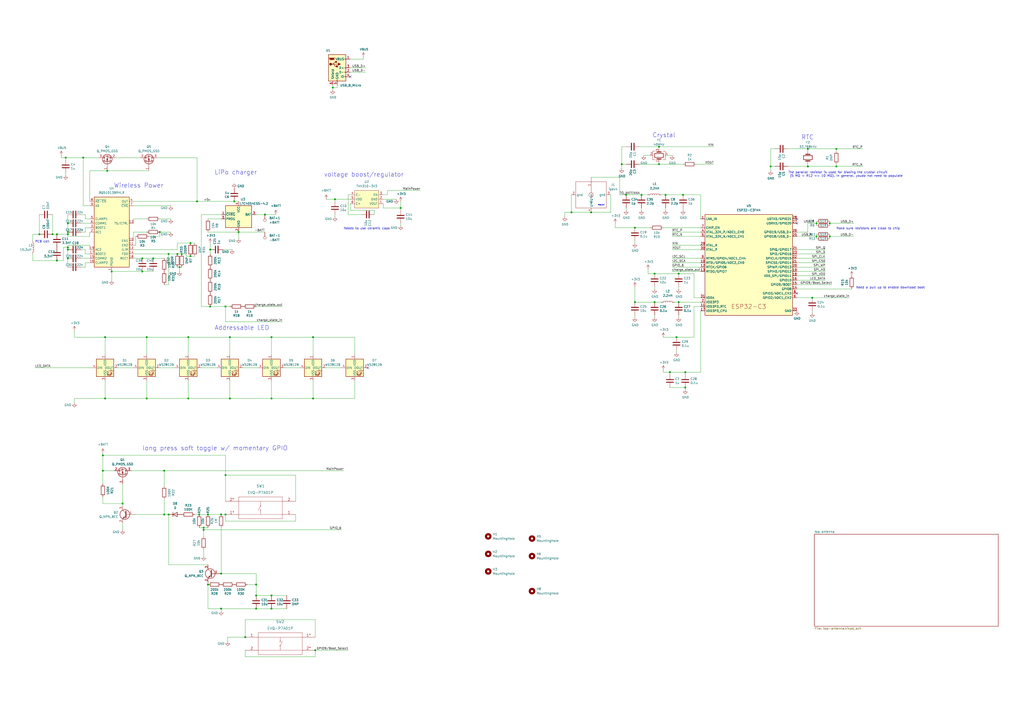
<source format=kicad_sch>
(kicad_sch (version 20211123) (generator eeschema)
  (paper "A2")
  (junction (at 92.71 134.62))
  (junction (at 473.71 129.54))
  (junction (at 148.59 345.44))
  (junction (at 128.27 332.74))
  (junction (at 397.51 224.79))
  (junction (at 379.73 175.26))
  (junction (at 157.48 195.58))
  (junction (at 473.71 137.16))
  (junction (at 157.48 345.44))
  (junction (at 393.7 158.75))
  (junction (at 109.22 195.58))
  (junction (at 95.25 298.45))
  (junction (at 193.04 50.8))
  (junction (at 396.24 113.03))
  (junction (at 485.14 96.52))
  (junction (at 153.67 124.46))
  (junction (at 59.69 264.16))
  (junction (at 342.9 123.19))
  (junction (at 181.61 195.58))
  (junction (at 82.55 149.86))
  (junction (at 135.89 116.84))
  (junction (at 130.81 177.8))
  (junction (at 39.37 144.78))
  (junction (at 368.3 175.26))
  (junction (at 148.59 353.06))
  (junction (at 39.37 134.62))
  (junction (at 120.65 339.09))
  (junction (at 64.77 157.48))
  (junction (at 447.04 96.52))
  (junction (at 468.63 96.52))
  (junction (at 118.11 306.07))
  (junction (at 104.14 154.94))
  (junction (at 181.61 231.14))
  (junction (at 157.48 231.14))
  (junction (at 97.79 147.32))
  (junction (at 110.49 148.59))
  (junction (at 22.86 135.89))
  (junction (at 133.35 195.58))
  (junction (at 382.27 95.25))
  (junction (at 368.3 132.08))
  (junction (at 393.7 175.26))
  (junction (at 118.11 307.34))
  (junction (at 372.11 113.03))
  (junction (at 138.43 134.62))
  (junction (at 59.69 273.05))
  (junction (at 481.33 129.54))
  (junction (at 363.22 113.03))
  (junction (at 471.17 172.72))
  (junction (at 39.37 129.54))
  (junction (at 30.48 135.89))
  (junction (at 82.55 157.48))
  (junction (at 109.22 231.14))
  (junction (at 71.12 292.1))
  (junction (at 39.37 143.51))
  (junction (at 110.49 140.97))
  (junction (at 468.63 86.36))
  (junction (at 392.43 195.58))
  (junction (at 388.62 215.9))
  (junction (at 331.47 123.19))
  (junction (at 60.96 231.14))
  (junction (at 481.33 137.16))
  (junction (at 48.26 91.44))
  (junction (at 97.79 298.45))
  (junction (at 194.31 115.57))
  (junction (at 121.92 177.8))
  (junction (at 128.27 353.06))
  (junction (at 360.68 95.25))
  (junction (at 115.57 298.45))
  (junction (at 95.25 273.05))
  (junction (at 142.24 369.57))
  (junction (at 128.27 298.45))
  (junction (at 130.81 298.45))
  (junction (at 120.65 298.45))
  (junction (at 60.96 195.58))
  (junction (at 33.02 135.89))
  (junction (at 133.35 231.14))
  (junction (at 232.41 120.65))
  (junction (at 39.37 149.86))
  (junction (at 485.14 86.36))
  (junction (at 379.73 158.75))
  (junction (at 102.87 147.32))
  (junction (at 105.41 147.32))
  (junction (at 85.09 195.58))
  (junction (at 148.59 339.09))
  (junction (at 386.08 113.03))
  (junction (at 382.27 85.09))
  (junction (at 130.81 275.59))
  (junction (at 182.88 377.19))
  (junction (at 85.09 231.14))
  (junction (at 88.9 149.86))
  (junction (at 121.92 144.78))
  (junction (at 114.3 116.84))
  (junction (at 397.51 215.9))
  (junction (at 39.37 135.89))
  (junction (at 38.1 91.44))
  (junction (at 62.23 99.06))
  (junction (at 33.02 151.13))
  (junction (at 157.48 353.06))
  (no_connect (at 462.28 170.18))
  (no_connect (at 462.28 129.54))
  (no_connect (at 203.2 44.45))
  (no_connect (at 213.36 213.36))
  (no_connect (at 462.28 127))
  (wire (pts (xy 143.51 339.09) (xy 148.59 339.09)))
  (wire (pts (xy 356.87 132.08) (xy 368.3 132.08)))
  (wire (pts (xy 85.09 127) (xy 77.47 127)))
  (wire (pts (xy 360.68 95.25) (xy 360.68 97.79)))
  (wire (pts (xy 120.65 337.82) (xy 120.65 339.09)))
  (wire (pts (xy 363.22 85.09) (xy 360.68 85.09)))
  (wire (pts (xy 52.07 119.38) (xy 48.26 119.38)))
  (wire (pts (xy 148.59 339.09) (xy 148.59 345.44)))
  (wire (pts (xy 473.71 129.54) (xy 473.71 130.81)))
  (wire (pts (xy 95.25 289.56) (xy 95.25 298.45)))
  (wire (pts (xy 77.47 116.84) (xy 114.3 116.84)))
  (wire (pts (xy 118.11 307.34) (xy 198.12 307.34)))
  (wire (pts (xy 68.58 213.36) (xy 77.47 213.36)))
  (wire (pts (xy 485.14 86.36) (xy 485.14 87.63)))
  (wire (pts (xy 189.23 213.36) (xy 198.12 213.36)))
  (wire (pts (xy 49.53 154.94) (xy 46.99 154.94)))
  (wire (pts (xy 181.61 195.58) (xy 205.74 195.58)))
  (wire (pts (xy 120.65 298.45) (xy 128.27 298.45)))
  (wire (pts (xy 85.09 195.58) (xy 109.22 195.58)))
  (wire (pts (xy 92.71 137.16) (xy 92.71 134.62)))
  (wire (pts (xy 354.33 113.03) (xy 354.33 123.19)))
  (wire (pts (xy 43.18 231.14) (xy 43.18 233.68)))
  (wire (pts (xy 468.63 129.54) (xy 473.71 129.54)))
  (wire (pts (xy 64.77 162.56) (xy 64.77 157.48)))
  (wire (pts (xy 97.79 147.32) (xy 102.87 147.32)))
  (wire (pts (xy 382.27 85.09) (xy 414.02 85.09)))
  (wire (pts (xy 205.74 195.58) (xy 205.74 205.74)))
  (wire (pts (xy 138.43 134.62) (xy 138.43 138.43)))
  (wire (pts (xy 116.84 177.8) (xy 121.92 177.8)))
  (wire (pts (xy 148.59 177.8) (xy 163.83 177.8)))
  (wire (pts (xy 193.04 49.53) (xy 193.04 50.8)))
  (wire (pts (xy 85.09 195.58) (xy 85.09 205.74)))
  (wire (pts (xy 396.24 113.03) (xy 406.4 113.03)))
  (wire (pts (xy 36.83 151.13) (xy 36.83 143.51)))
  (wire (pts (xy 383.54 175.26) (xy 379.73 175.26)))
  (wire (pts (xy 397.51 215.9) (xy 406.4 215.9)))
  (wire (pts (xy 203.2 41.91) (xy 212.09 41.91)))
  (wire (pts (xy 485.14 95.25) (xy 485.14 96.52)))
  (wire (pts (xy 19.05 135.89) (xy 22.86 135.89)))
  (wire (pts (xy 402.59 177.8) (xy 402.59 195.58)))
  (wire (pts (xy 449.58 86.36) (xy 447.04 86.36)))
  (wire (pts (xy 359.41 102.87) (xy 359.41 113.03)))
  (wire (pts (xy 165.1 213.36) (xy 173.99 213.36)))
  (wire (pts (xy 115.57 306.07) (xy 118.11 306.07)))
  (wire (pts (xy 78.74 142.24) (xy 78.74 137.16)))
  (wire (pts (xy 38.1 91.44) (xy 48.26 91.44)))
  (wire (pts (xy 39.37 134.62) (xy 39.37 135.89)))
  (wire (pts (xy 128.27 353.06) (xy 148.59 353.06)))
  (wire (pts (xy 52.07 137.16) (xy 39.37 137.16)))
  (wire (pts (xy 30.48 124.46) (xy 30.48 135.89)))
  (wire (pts (xy 402.59 158.75) (xy 393.7 158.75)))
  (wire (pts (xy 222.25 120.65) (xy 232.41 120.65)))
  (wire (pts (xy 19.05 151.13) (xy 33.02 151.13)))
  (wire (pts (xy 194.31 115.57) (xy 203.2 115.57)))
  (wire (pts (xy 157.48 353.06) (xy 166.37 353.06)))
  (wire (pts (xy 59.69 288.29) (xy 59.69 292.1)))
  (wire (pts (xy 402.59 172.72) (xy 402.59 158.75)))
  (wire (pts (xy 210.82 33.02) (xy 210.82 34.29)))
  (wire (pts (xy 92.71 134.62) (xy 99.06 134.62)))
  (wire (pts (xy 384.81 214.63) (xy 384.81 215.9)))
  (wire (pts (xy 138.43 134.62) (xy 153.67 134.62)))
  (wire (pts (xy 462.28 149.86) (xy 478.79 149.86)))
  (wire (pts (xy 157.48 345.44) (xy 166.37 345.44)))
  (wire (pts (xy 171.45 302.26) (xy 130.81 302.26)))
  (wire (pts (xy 128.27 332.74) (xy 148.59 332.74)))
  (wire (pts (xy 49.53 132.08) (xy 49.53 134.62)))
  (wire (pts (xy 95.25 165.1) (xy 97.79 165.1)))
  (wire (pts (xy 95.25 298.45) (xy 78.74 298.45)))
  (wire (pts (xy 118.11 306.07) (xy 118.11 307.34)))
  (wire (pts (xy 22.86 124.46) (xy 22.86 135.89)))
  (wire (pts (xy 142.24 359.41) (xy 142.24 369.57)))
  (wire (pts (xy 386.08 113.03) (xy 396.24 113.03)))
  (wire (pts (xy 222.25 118.11) (xy 222.25 120.65)))
  (wire (pts (xy 95.25 298.45) (xy 97.79 298.45)))
  (wire (pts (xy 481.33 129.54) (xy 481.33 130.81)))
  (wire (pts (xy 133.35 195.58) (xy 133.35 205.74)))
  (wire (pts (xy 360.68 85.09) (xy 360.68 95.25)))
  (wire (pts (xy 182.88 377.19) (xy 201.93 377.19)))
  (wire (pts (xy 331.47 123.19) (xy 327.66 123.19)))
  (wire (pts (xy 485.14 96.52) (xy 500.38 96.52)))
  (wire (pts (xy 60.96 195.58) (xy 60.96 205.74)))
  (wire (pts (xy 120.65 134.62) (xy 138.43 134.62)))
  (wire (pts (xy 182.88 381) (xy 142.24 381)))
  (wire (pts (xy 59.69 262.89) (xy 59.69 264.16)))
  (wire (pts (xy 370.84 95.25) (xy 382.27 95.25)))
  (wire (pts (xy 397.51 224.79) (xy 397.51 226.06)))
  (wire (pts (xy 77.47 119.38) (xy 99.06 119.38)))
  (wire (pts (xy 356.87 132.08) (xy 356.87 129.54)))
  (wire (pts (xy 222.25 113.03) (xy 224.79 113.03)))
  (wire (pts (xy 478.79 162.56) (xy 462.28 162.56)))
  (wire (pts (xy 130.81 177.8) (xy 133.35 177.8)))
  (wire (pts (xy 224.79 113.03) (xy 224.79 110.49)))
  (wire (pts (xy 49.53 124.46) (xy 46.99 124.46)))
  (wire (pts (xy 406.4 152.4) (xy 389.89 152.4)))
  (wire (pts (xy 384.81 195.58) (xy 392.43 195.58)))
  (wire (pts (xy 76.2 273.05) (xy 95.25 273.05)))
  (wire (pts (xy 201.93 124.46) (xy 201.93 113.03)))
  (wire (pts (xy 372.11 120.65) (xy 372.11 121.92)))
  (wire (pts (xy 49.53 147.32) (xy 49.53 144.78)))
  (wire (pts (xy 393.7 182.88) (xy 393.7 184.15)))
  (wire (pts (xy 481.33 129.54) (xy 495.3 129.54)))
  (wire (pts (xy 393.7 166.37) (xy 393.7 167.64)))
  (wire (pts (xy 39.37 143.51) (xy 39.37 144.78)))
  (wire (pts (xy 359.41 113.03) (xy 363.22 113.03)))
  (wire (pts (xy 391.16 175.26) (xy 393.7 175.26)))
  (wire (pts (xy 85.09 220.98) (xy 85.09 231.14)))
  (wire (pts (xy 85.09 134.62) (xy 77.47 134.62)))
  (wire (pts (xy 468.63 96.52) (xy 485.14 96.52)))
  (wire (pts (xy 373.38 90.17) (xy 377.19 90.17)))
  (wire (pts (xy 85.09 231.14) (xy 109.22 231.14)))
  (wire (pts (xy 372.11 113.03) (xy 375.92 113.03)))
  (wire (pts (xy 46.99 149.86) (xy 52.07 149.86)))
  (wire (pts (xy 406.4 172.72) (xy 402.59 172.72)))
  (wire (pts (xy 60.96 195.58) (xy 85.09 195.58)))
  (wire (pts (xy 205.74 220.98) (xy 205.74 231.14)))
  (wire (pts (xy 110.49 148.59) (xy 113.03 148.59)))
  (wire (pts (xy 481.33 128.27) (xy 481.33 129.54)))
  (wire (pts (xy 38.1 92.71) (xy 38.1 91.44)))
  (wire (pts (xy 39.37 149.86) (xy 39.37 154.94)))
  (wire (pts (xy 387.35 90.17) (xy 389.89 90.17)))
  (wire (pts (xy 71.12 292.1) (xy 71.12 293.37)))
  (wire (pts (xy 39.37 144.78) (xy 39.37 149.86)))
  (wire (pts (xy 471.17 180.34) (xy 471.17 181.61)))
  (wire (pts (xy 382.27 93.98) (xy 382.27 95.25)))
  (wire (pts (xy 43.18 191.77) (xy 43.18 195.58)))
  (wire (pts (xy 481.33 137.16) (xy 481.33 138.43)))
  (wire (pts (xy 462.28 152.4) (xy 478.79 152.4)))
  (wire (pts (xy 39.37 135.89) (xy 39.37 137.16)))
  (wire (pts (xy 38.1 100.33) (xy 38.1 101.6)))
  (wire (pts (xy 331.47 113.03) (xy 331.47 123.19)))
  (wire (pts (xy 109.22 220.98) (xy 109.22 231.14)))
  (wire (pts (xy 485.14 86.36) (xy 500.38 86.36)))
  (wire (pts (xy 468.63 129.54) (xy 468.63 134.62)))
  (wire (pts (xy 39.37 129.54) (xy 39.37 134.62)))
  (wire (pts (xy 109.22 231.14) (xy 133.35 231.14)))
  (wire (pts (xy 30.48 135.89) (xy 33.02 135.89)))
  (wire (pts (xy 181.61 195.58) (xy 181.61 205.74)))
  (wire (pts (xy 363.22 113.03) (xy 372.11 113.03)))
  (wire (pts (xy 406.4 144.78) (xy 389.89 144.78)))
  (wire (pts (xy 468.63 86.36) (xy 485.14 86.36)))
  (wire (pts (xy 48.26 91.44) (xy 48.26 119.38)))
  (wire (pts (xy 67.31 91.44) (xy 81.28 91.44)))
  (wire (pts (xy 406.4 137.16) (xy 389.89 137.16)))
  (wire (pts (xy 60.96 220.98) (xy 60.96 231.14)))
  (wire (pts (xy 77.47 149.86) (xy 82.55 149.86)))
  (wire (pts (xy 393.7 175.26) (xy 406.4 175.26)))
  (wire (pts (xy 52.07 134.62) (xy 52.07 137.16)))
  (wire (pts (xy 462.28 165.1) (xy 482.6 165.1)))
  (wire (pts (xy 388.62 217.17) (xy 388.62 215.9)))
  (wire (pts (xy 153.67 124.46) (xy 160.02 124.46)))
  (wire (pts (xy 217.17 121.92) (xy 203.2 121.92)))
  (wire (pts (xy 130.81 186.69) (xy 130.81 177.8)))
  (wire (pts (xy 473.71 135.89) (xy 473.71 137.16)))
  (wire (pts (xy 35.56 90.17) (xy 35.56 91.44)))
  (wire (pts (xy 49.53 152.4) (xy 49.53 154.94)))
  (wire (pts (xy 130.81 275.59) (xy 130.81 264.16)))
  (wire (pts (xy 128.27 353.06) (xy 128.27 354.33)))
  (wire (pts (xy 389.89 154.94) (xy 406.4 154.94)))
  (wire (pts (xy 481.33 137.16) (xy 495.3 137.16)))
  (wire (pts (xy 116.84 213.36) (xy 125.73 213.36)))
  (wire (pts (xy 46.99 129.54) (xy 52.07 129.54)))
  (wire (pts (xy 71.12 280.67) (xy 71.12 292.1)))
  (wire (pts (xy 91.44 91.44) (xy 114.3 91.44)))
  (wire (pts (xy 471.17 172.72) (xy 492.76 172.72)))
  (wire (pts (xy 134.62 144.78) (xy 129.54 144.78)))
  (wire (pts (xy 66.04 273.05) (xy 59.69 273.05)))
  (wire (pts (xy 457.2 86.36) (xy 468.63 86.36)))
  (wire (pts (xy 59.69 292.1) (xy 71.12 292.1)))
  (wire (pts (xy 193.04 50.8) (xy 193.04 52.07)))
  (wire (pts (xy 120.65 127) (xy 128.27 127)))
  (wire (pts (xy 43.18 195.58) (xy 60.96 195.58)))
  (wire (pts (xy 97.79 298.45) (xy 97.79 327.66)))
  (wire (pts (xy 118.11 306.07) (xy 120.65 306.07)))
  (wire (pts (xy 368.3 132.08) (xy 377.19 132.08)))
  (wire (pts (xy 468.63 87.63) (xy 468.63 86.36)))
  (wire (pts (xy 203.2 34.29) (xy 210.82 34.29)))
  (wire (pts (xy 447.04 86.36) (xy 447.04 96.52)))
  (wire (pts (xy 232.41 116.84) (xy 232.41 120.65)))
  (wire (pts (xy 128.27 306.07) (xy 128.27 332.74)))
  (wire (pts (xy 368.3 175.26) (xy 379.73 175.26)))
  (wire (pts (xy 49.53 127) (xy 49.53 124.46)))
  (wire (pts (xy 388.62 224.79) (xy 397.51 224.79)))
  (wire (pts (xy 59.69 273.05) (xy 59.69 280.67)))
  (wire (pts (xy 107.95 147.32) (xy 107.95 148.59)))
  (wire (pts (xy 375.92 156.21) (xy 375.92 158.75)))
  (wire (pts (xy 52.07 144.78) (xy 52.07 142.24)))
  (wire (pts (xy 157.48 195.58) (xy 157.48 205.74)))
  (wire (pts (xy 462.28 147.32) (xy 478.79 147.32)))
  (wire (pts (xy 120.65 339.09) (xy 120.65 353.06)))
  (wire (pts (xy 133.35 220.98) (xy 133.35 231.14)))
  (wire (pts (xy 379.73 166.37) (xy 379.73 167.64)))
  (wire (pts (xy 182.88 359.41) (xy 142.24 359.41)))
  (wire (pts (xy 132.08 369.57) (xy 142.24 369.57)))
  (wire (pts (xy 109.22 195.58) (xy 133.35 195.58)))
  (wire (pts (xy 392.43 195.58) (xy 402.59 195.58)))
  (wire (pts (xy 203.2 39.37) (xy 212.09 39.37)))
  (wire (pts (xy 113.03 298.45) (xy 115.57 298.45)))
  (wire (pts (xy 39.37 124.46) (xy 39.37 129.54)))
  (wire (pts (xy 128.27 298.45) (xy 130.81 298.45)))
  (wire (pts (xy 370.84 85.09) (xy 382.27 85.09)))
  (wire (pts (xy 462.28 167.64) (xy 494.03 167.64)))
  (wire (pts (xy 102.87 154.94) (xy 104.14 154.94)))
  (wire (pts (xy 77.47 134.62) (xy 77.47 139.7)))
  (wire (pts (xy 342.9 123.19) (xy 331.47 123.19)))
  (wire (pts (xy 118.11 307.34) (xy 118.11 311.15)))
  (wire (pts (xy 130.81 302.26) (xy 130.81 298.45)))
  (wire (pts (xy 142.24 381) (xy 142.24 377.19)))
  (wire (pts (xy 52.07 142.24) (xy 39.37 142.24)))
  (wire (pts (xy 462.28 137.16) (xy 473.71 137.16)))
  (wire (pts (xy 116.84 124.46) (xy 128.27 124.46)))
  (wire (pts (xy 33.02 151.13) (xy 36.83 151.13)))
  (wire (pts (xy 52.07 147.32) (xy 49.53 147.32)))
  (wire (pts (xy 97.79 147.32) (xy 97.79 165.1)))
  (wire (pts (xy 457.2 96.52) (xy 468.63 96.52)))
  (wire (pts (xy 52.07 116.84) (xy 52.07 99.06)))
  (wire (pts (xy 148.59 124.46) (xy 153.67 124.46)))
  (wire (pts (xy 447.04 96.52) (xy 447.04 99.06)))
  (wire (pts (xy 181.61 220.98) (xy 181.61 231.14)))
  (wire (pts (xy 49.53 134.62) (xy 46.99 134.62)))
  (wire (pts (xy 232.41 129.54) (xy 232.41 130.81)))
  (wire (pts (xy 182.88 369.57) (xy 182.88 359.41)))
  (wire (pts (xy 121.92 140.97) (xy 121.92 144.78)))
  (wire (pts (xy 114.3 91.44) (xy 114.3 116.84)))
  (wire (pts (xy 62.23 99.06) (xy 86.36 99.06)))
  (wire (pts (xy 224.79 110.49) (xy 243.84 110.49)))
  (wire (pts (xy 406.4 149.86) (xy 389.89 149.86)))
  (wire (pts (xy 133.35 195.58) (xy 157.48 195.58)))
  (wire (pts (xy 19.05 147.32) (xy 19.05 151.13)))
  (wire (pts (xy 462.28 144.78) (xy 478.79 144.78)))
  (wire (pts (xy 71.12 307.34) (xy 71.12 303.53)))
  (wire (pts (xy 396.24 120.65) (xy 396.24 121.92)))
  (wire (pts (xy 406.4 157.48) (xy 389.89 157.48)))
  (wire (pts (xy 114.3 116.84) (xy 135.89 116.84)))
  (wire (pts (xy 115.57 298.45) (xy 120.65 298.45)))
  (wire (pts (xy 375.92 158.75) (xy 379.73 158.75)))
  (wire (pts (xy 171.45 275.59) (xy 130.81 275.59)))
  (wire (pts (xy 121.92 177.8) (xy 130.81 177.8)))
  (wire (pts (xy 194.31 124.46) (xy 194.31 125.73)))
  (wire (pts (xy 39.37 142.24) (xy 39.37 143.51)))
  (wire (pts (xy 379.73 158.75) (xy 393.7 158.75)))
  (wire (pts (xy 388.62 215.9) (xy 384.81 215.9)))
  (wire (pts (xy 203.2 121.92) (xy 203.2 118.11)))
  (wire (pts (xy 449.58 96.52) (xy 447.04 96.52)))
  (wire (pts (xy 195.58 50.8) (xy 193.04 50.8)))
  (wire (pts (xy 132.08 369.57) (xy 132.08 372.11)))
  (wire (pts (xy 368.3 182.88) (xy 368.3 184.15)))
  (wire (pts (xy 181.61 231.14) (xy 205.74 231.14)))
  (wire (pts (xy 102.87 147.32) (xy 105.41 147.32)))
  (wire (pts (xy 232.41 120.65) (xy 232.41 121.92)))
  (wire (pts (xy 64.77 157.48) (xy 82.55 157.48)))
  (wire (pts (xy 52.07 132.08) (xy 49.53 132.08)))
  (wire (pts (xy 386.08 120.65) (xy 386.08 121.92)))
  (wire (pts (xy 392.43 204.47) (xy 392.43 203.2)))
  (wire (pts (xy 473.71 128.27) (xy 473.71 129.54)))
  (wire (pts (xy 105.41 147.32) (xy 107.95 147.32)))
  (wire (pts (xy 217.17 124.46) (xy 217.17 121.92)))
  (wire (pts (xy 95.25 273.05) (xy 95.25 281.94)))
  (wire (pts (xy 157.48 231.14) (xy 181.61 231.14)))
  (wire (pts (xy 406.4 134.62) (xy 389.89 134.62)))
  (wire (pts (xy 379.73 182.88) (xy 379.73 184.15)))
  (wire (pts (xy 104.14 154.94) (xy 105.41 154.94)))
  (wire (pts (xy 368.3 166.37) (xy 368.3 175.26)))
  (wire (pts (xy 49.53 144.78) (xy 46.99 144.78)))
  (wire (pts (xy 77.47 144.78) (xy 102.87 144.78)))
  (wire (pts (xy 462.28 154.94) (xy 478.79 154.94)))
  (wire (pts (xy 182.88 377.19) (xy 182.88 381)))
  (wire (pts (xy 384.81 132.08) (xy 406.4 132.08)))
  (wire (pts (xy 388.62 215.9) (xy 397.51 215.9)))
  (wire (pts (xy 130.81 264.16) (xy 59.69 264.16)))
  (wire (pts (xy 157.48 220.98) (xy 157.48 231.14)))
  (wire (pts (xy 148.59 345.44) (xy 157.48 345.44)))
  (wire (pts (xy 368.3 139.7) (xy 368.3 140.97)))
  (wire (pts (xy 59.69 264.16) (xy 59.69 273.05)))
  (wire (pts (xy 92.71 213.36) (xy 101.6 213.36)))
  (wire (pts (xy 88.9 149.86) (xy 82.55 149.86)))
  (wire (pts (xy 102.87 144.78) (xy 102.87 140.97)))
  (wire (pts (xy 77.47 147.32) (xy 97.79 147.32)))
  (wire (pts (xy 36.83 143.51) (xy 39.37 143.51)))
  (wire (pts (xy 462.28 172.72) (xy 471.17 172.72)))
  (wire (pts (xy 120.65 353.06) (xy 128.27 353.06)))
  (wire (pts (xy 363.22 95.25) (xy 360.68 95.25)))
  (wire (pts (xy 462.28 157.48) (xy 478.79 157.48)))
  (wire (pts (xy 20.32 213.36) (xy 53.34 213.36)))
  (wire (pts (xy 107.95 148.59) (xy 110.49 148.59)))
  (wire (pts (xy 135.89 116.84) (xy 138.43 116.84)))
  (wire (pts (xy 88.9 149.86) (xy 95.25 149.86)))
  (wire (pts (xy 222.25 115.57) (xy 229.87 115.57)))
  (wire (pts (xy 382.27 86.36) (xy 382.27 85.09)))
  (wire (pts (xy 82.55 157.48) (xy 88.9 157.48)))
  (wire (pts (xy 77.47 127) (xy 77.47 129.54)))
  (wire (pts (xy 35.56 91.44) (xy 38.1 91.44)))
  (wire (pts (xy 110.49 140.97) (xy 113.03 140.97)))
  (wire (pts (xy 382.27 95.25) (xy 396.24 95.25)))
  (wire (pts (xy 194.31 116.84) (xy 194.31 115.57)))
  (wire (pts (xy 43.18 231.14) (xy 60.96 231.14)))
  (wire (pts (xy 201.93 113.03) (xy 203.2 113.03)))
  (wire (pts (xy 363.22 120.65) (xy 363.22 121.92)))
  (wire (pts (xy 157.48 195.58) (xy 181.61 195.58)))
  (wire (pts (xy 52.07 152.4) (xy 49.53 152.4)))
  (wire (pts (xy 468.63 95.25) (xy 468.63 96.52)))
  (wire (pts (xy 118.11 322.58) (xy 118.11 318.77)))
  (wire (pts (xy 140.97 213.36) (xy 149.86 213.36)))
  (wire (pts (xy 52.07 127) (xy 49.53 127)))
  (wire (pts (xy 97.79 327.66) (xy 120.65 327.66)))
  (wire (pts (xy 52.07 99.06) (xy 62.23 99.06)))
  (wire (pts (xy 19.05 139.7) (xy 19.05 135.89)))
  (wire (pts (xy 171.45 298.45) (xy 171.45 302.26)))
  (wire (pts (xy 473.71 137.16) (xy 473.71 138.43)))
  (wire (pts (xy 481.33 135.89) (xy 481.33 137.16)))
  (wire (pts (xy 102.87 140.97) (xy 110.49 140.97)))
  (wire (pts (xy 189.23 115.57) (xy 194.31 115.57)))
  (wire (pts (xy 116.84 177.8) (xy 116.84 124.46)))
  (wire (pts (xy 406.4 142.24) (xy 389.89 142.24)))
  (wire (pts (xy 109.22 195.58) (xy 109.22 205.74)))
  (wire (pts (xy 130.81 275.59) (xy 130.81 290.83)))
  (wire (pts (xy 354.33 123.19) (xy 342.9 123.19)))
  (wire (pts (xy 342.9 102.87) (xy 359.41 102.87)))
  (wire (pts (xy 397.51 217.17) (xy 397.51 215.9)))
  (wire (pts (xy 171.45 290.83) (xy 171.45 275.59)))
  (wire (pts (xy 33.02 135.89) (xy 39.37 135.89)))
  (wire (pts (xy 60.96 231.14) (xy 85.09 231.14)))
  (wire (pts (xy 121.92 144.78) (xy 121.92 147.32)))
  (wire (pts (xy 406.4 177.8) (xy 402.59 177.8)))
  (wire (pts (xy 383.54 113.03) (xy 386.08 113.03)))
  (wire (pts (xy 327.66 123.19) (xy 327.66 125.73)))
  (wire (pts (xy 104.14 154.94) (xy 104.14 157.48)))
  (wire (pts (xy 163.83 186.69) (xy 130.81 186.69)))
  (wire (pts (xy 403.86 95.25) (xy 414.02 95.25)))
  (wire (pts (xy 209.55 124.46) (xy 201.93 124.46)))
  (wire (pts (xy 95.25 273.05) (xy 199.39 273.05)))
  (wire (pts (xy 148.59 332.74) (xy 148.59 339.09)))
  (wire (pts (xy 406.4 180.34) (xy 406.4 215.9)))
  (wire (pts (xy 462.28 134.62) (xy 468.63 134.62)))
  (wire (pts (xy 92.71 127) (xy 99.06 127)))
  (wire (pts (xy 86.36 137.16) (xy 92.71 137.16)))
  (wire (pts (xy 48.26 91.44) (xy 57.15 91.44)))
  (wire (pts (xy 195.58 49.53) (xy 195.58 50.8)))
  (wire (pts (xy 406.4 113.03) (xy 406.4 127)))
  (wire (pts (xy 77.47 142.24) (xy 78.74 142.24)))
  (wire (pts (xy 148.59 353.06) (xy 157.48 353.06)))
  (wire (pts (xy 462.28 160.02) (xy 478.79 160.02)))
  (wire (pts (xy 133.35 231.14) (xy 157.48 231.14)))
  (text "LiPo charger" (at 124.46 101.6 0) (effects (font (size 2.54 2.54)) (justify left bottom)))
  (text "PCB_ANT" (at 346.71 119.38 0) (effects (font (size 0.6 0.6)) (justify left bottom)))
  (text "voltage boost/regulator" (at 187.96 102.87 0) (effects (font (size 2.54 2.54)) (justify left bottom)))
  (text "Crystal" (at 378.46 80.01 0) (effects (font (size 2.54 2.54)) (justify left bottom)))
  (text "Needs to use ceramic caps" (at 199.39 133.35 0) (effects (font (size 1.27 1.27)) (justify left bottom)))
  (text "Wireless Power" (at 66.04 109.22 0) (effects (font (size 2.54 2.54)) (justify left bottom)))
  (text "PCB coil" (at 20.32 140.97 0) (effects (font (size 1.27 1.27)) (justify left bottom)))
  (text "Need a pull up to enable download boot" (at 496.57 167.64 0) (effects (font (size 1.27 1.27)) (justify left bottom)))
  (text "RTC" (at 464.82 81.28 0) (effects (font (size 2.54 2.54)) (justify left bottom)))
  (text "The parallel resistor is used for biasing the crystal circuit\n (5 MΩ < R12 <= 10 MΩ). In general, youdo not need to populate " (at 457.2 102.87 0) (effects (font (size 1.27 1.27)) (justify left bottom)))
  (text "long press soft toggle w/ momentary GPIO" (at 82.55 261.62 0) (effects (font (size 2.54 2.54)) (justify left bottom)))
  (text "Make sure resistors are close to chip\n" (at 485.14 133.35 0) (effects (font (size 1.27 1.27)) (justify left bottom)))
  (text "Addressable LED" (at 124.46 191.77 0) (effects (font (size 2.54 2.54)) (justify left bottom)))
  (label "GPIO_6" (at 198.12 307.34 180))
  (label "SPI_D" (at 478.79 147.32 180))
  (label "RTC_N" (at 389.89 137.16 0))
  (label "GPIO_6" (at 389.89 154.94 0))
  (label "USB_D+" (at 495.3 129.54 180))
  (label "SPI_WP" (at 478.79 154.94 180))
  (label "USB_D-" (at 495.3 137.16 180))
  (label "SPI_VDD" (at 478.79 160.02 180))
  (label "USB_D-" (at 212.09 41.91 180))
  (label "USB_N" (at 471.17 137.16 180))
  (label "XIN" (at 389.89 142.24 0))
  (label "GPIO9{slash}Boot_Select" (at 482.6 165.1 180))
  (label "USB_D+" (at 212.09 39.37 180))
  (label "LED_DATA" (at 20.32 213.36 0))
  (label "SPI_CLK" (at 478.79 149.86 180))
  (label "LED_DATA" (at 478.79 162.56 180))
  (label "-BATT" (at 153.67 134.62 180))
  (label "XOUT" (at 414.02 95.25 180))
  (label "TO_ANTENNA" (at 359.41 113.03 0))
  (label "RTC_P" (at 500.38 86.36 180))
  (label "MainPower" (at 243.84 110.49 180))
  (label "XOUT" (at 389.89 144.78 0))
  (label "charge_state_out" (at 389.89 157.48 0))
  (label "RTC_P" (at 389.89 134.62 0))
  (label "USB_P" (at 472.44 129.54 180))
  (label "charge_state_in" (at 163.83 186.69 180))
  (label "I2C_SCL" (at 389.89 149.86 0))
  (label "MainPower" (at 199.39 273.05 180))
  (label "GPIO9{slash}Boot_Select" (at 201.93 377.19 180))
  (label "charge_state_out" (at 163.83 177.8 180))
  (label "SPI_CS0" (at 478.79 152.4 180))
  (label "+5v" (at 118.11 116.84 0))
  (label "charge_state_in" (at 492.76 172.72 180))
  (label "I2C_SCA" (at 389.89 152.4 0))
  (label "SPI_HD" (at 478.79 157.48 180))
  (label "XIN" (at 414.02 85.09 180))
  (label "SPI_Q" (at 478.79 144.78 180))
  (label "RTC_N" (at 500.38 96.52 180))
  (symbol (lib_id "Device:R") (at 400.05 95.25 270) (unit 1)
    (property "Reference" "R2" (at 400.05 89.9922 90))
    (property "Value" "1k" (at 400.05 92.3036 90))
    (property "Footprint" "Resistor_SMD:R_0402_1005Metric" (effects hide))
    (property "Datasheet" "https://datasheet.lcsc.com/lcsc/2206010216_UNI-ROYAL-Uniroyal-Elec-0402WGF1001TCE_C11702.pdf" (effects hide))
    (property "MFR.Part #" "0402WGF1001TCE" (effects hide))
    (property "LCSC Part #" "C11702" (effects hide))
  )
  (symbol (lib_id "power:GND") (at 193.04 52.07 0) (unit 1)
    (property "Reference" "#PWR02" (effects hide))
    (property "Value" "GND" (at 193.167 56.4642 0))
  )
  (symbol (lib_id "power:GND") (at 138.43 138.43 0) (unit 1)
    (property "Reference" "#PWR021" (effects hide))
    (property "Value" "GND" (at 134.62 139.7 0))
  )
  (symbol (lib_id "Connector:TestPoint") (at 153.67 124.46 180) (unit 1)
    (property "Reference" "BAT+1" (at 156.21 126.4919 0) (effects (justify right)))
    (property "Value" "+BATT" (at 156.21 129.0319 0) (effects (justify right)))
    (property "Footprint" "TestPoint:TestPoint_Pad_2.0x2.0mm" (effects hide))
  )
  (symbol (lib_id "Device:R") (at 113.03 144.78 180) (unit 1)
    (property "Reference" "R34" (at 118.2878 144.78 90))
    (property "Value" "DNP" (at 115.9764 144.78 90))
    (property "Footprint" "Resistor_SMD:R_0402_1005Metric" (effects hide))
  )
  (symbol (lib_id "Device:Q_PMOS_GSD") (at 86.36 93.98 270) (mirror x) (unit 1)
    (property "Reference" "Q5" (at 86.36 85.09 90))
    (property "Value" "Q_PMOS_GSD" (at 86.36 87.63 90))
    (property "Footprint" "Package_TO_SOT_SMD:SOT-23" (effects hide))
    (property "Datasheet" "https://datasheet.lcsc.com/lcsc/1808272021_Vishay-Intertech-SI2301CDS-T1-GE3_C10487.pdf" (effects hide))
    (property "MFR.Part #" "SI2301CDS-T1-GE3" (effects hide))
    (property "LCSC Part #" "C10487" (effects hide))
  )
  (symbol (lib_id "power:GND") (at 393.7 184.15 0) (unit 1)
    (property "Reference" "#PWR035" (effects hide))
    (property "Value" "GND" (at 393.827 188.5442 0))
  )
  (symbol (lib_id "Device:R") (at 95.25 285.75 180) (unit 1)
    (property "Reference" "R22" (at 100.5078 285.75 90))
    (property "Value" "100K" (at 98.1964 285.75 90))
    (property "Footprint" "Resistor_SMD:R_0402_1005Metric" (effects hide))
    (property "Datasheet" "https://datasheet.lcsc.com/lcsc/2206010100_UNI-ROYAL-Uniroyal-Elec-0402WGF1003TCE_C25741.pdf" (effects hide))
    (property "MFR.Part #" "0402WGF1003TCE" (effects hide))
    (property "LCSC Part #" "C25741" (effects hide))
  )
  (symbol (lib_id "power:GND") (at 118.11 322.58 0) (unit 1)
    (property "Reference" "#PWR044" (effects hide))
    (property "Value" "GND" (at 114.3 323.85 0))
  )
  (symbol (lib_id "power:+3V3") (at 375.92 156.21 0) (unit 1)
    (property "Reference" "#PWR026" (effects hide))
    (property "Value" "+3V3" (at 376.301 151.8158 0))
  )
  (symbol (lib_id "Device:C") (at 26.67 135.89 90) (unit 1)
    (property "Reference" "C9" (at 25.5016 132.969 0) (effects (justify left)))
    (property "Value" "100nF" (at 27.813 132.969 0) (effects (justify left)))
    (property "Footprint" "Capacitor_SMD:C_0402_1005Metric" (effects hide))
    (property "Datasheet" "https://datasheet.lcsc.com/lcsc/1810191222_Samsung-Electro-Mechanics-CL05B104KB54PNC_C307331.pdf" (effects hide))
    (property "LCSC Part #" "C307331" (effects hide))
    (property "MFR.Part #" "CL05B104KB54PNC" (effects hide))
  )
  (symbol (lib_id "power:GND") (at 397.51 226.06 0) (unit 1)
    (property "Reference" "#PWR038" (effects hide))
    (property "Value" "GND" (at 397.637 230.4542 0))
  )
  (symbol (lib_id "power:GND") (at 368.3 140.97 0) (unit 1)
    (property "Reference" "#PWR023" (effects hide))
    (property "Value" "GND" (at 368.427 145.3642 0))
  )
  (symbol (lib_id "Device:C") (at 43.18 134.62 90) (unit 1)
    (property "Reference" "C17" (at 41.91 133.35 90) (effects (justify left)))
    (property "Value" "22n" (at 48.26 133.35 90) (effects (justify left)))
    (property "Footprint" "Capacitor_SMD:C_0402_1005Metric" (effects hide))
    (property "Datasheet" "https://datasheet.lcsc.com/lcsc/1811141710_FH--Guangdong-Fenghua-Advanced-Tech-0402B223K500NT_C1532.pdf" (effects hide))
    (property "LCSC Part #" "C1532" (effects hide))
    (property "MFR.Part #" "0402B223K500NT" (effects hide))
  )
  (symbol (lib_id "power:GND") (at 99.06 134.62 0) (unit 1)
    (property "Reference" "#PWR0105" (effects hide))
    (property "Value" "GND" (at 95.25 135.89 0))
  )
  (symbol (lib_id "Custom_Library:BQ51013BRHLR") (at 64.77 134.62 0) (unit 1)
    (property "Reference" "U4" (at 64.77 109.22 0))
    (property "Value" "BQ51013BRHLR" (at 64.77 111.76 0))
    (property "Footprint" "Package_DFN_QFN:Texas_VQFN-RHL-20" (effects hide))
    (property "Datasheet" "https://www.ti.com/lit/ds/symlink/bq51013b.pdf?HQS=dis-mous-null-mousermode-dsf-pf-null-wwe&ts=1676524165201&ref_url=https%253A%252F%252Fwww.mouser.tw%252F#page=18&zoom=100,0,540" (effects hide))
    (property "LCSC Part #" "C55663" (effects hide))
    (property "MFR.Part #" "BQ51013BRHLR" (effects hide))
  )
  (symbol (lib_id "Device:L") (at 19.05 143.51 0) (unit 1)
    (property "Reference" "L3" (at 16.51 142.24 0) (effects (justify left)))
    (property "Value" "15.3uH" (at 11.43 144.78 0) (effects (justify left)))
    (property "Footprint" "Custom_Library:15.3uH-coil" (effects hide))
  )
  (symbol (lib_id "Device:C") (at 363.22 116.84 0) (unit 1)
    (property "Reference" "C34" (at 366.141 115.6716 0) (effects (justify left)))
    (property "Value" "1p" (at 366.141 117.983 0) (effects (justify left)))
    (property "Footprint" "Capacitor_SMD:C_0402_1005Metric" (effects hide))
    (property "Datasheet" "https://datasheet.lcsc.com/lcsc/1811141710_FH--Guangdong-Fenghua-Advanced-Tech-0402CG1R0C500NT_C1550.pdf" (effects hide))
    (property "MFR.Part #" "0402CG1R0C500NT" (effects hide))
    (property "LCSC Part #" "C1550" (effects hide))
  )
  (symbol (lib_id "Device:C") (at 393.7 179.07 0) (unit 1)
    (property "Reference" "C27" (at 396.621 177.9016 0) (effects (justify left)))
    (property "Value" "0.1u" (at 396.621 180.213 0) (effects (justify left)))
    (property "Footprint" "Capacitor_SMD:C_0402_1005Metric" (effects hide))
    (property "Datasheet" "https://datasheet.lcsc.com/lcsc/1810191222_Samsung-Electro-Mechanics-CL05B104KB54PNC_C307331.pdf" (effects hide))
    (property "MFR.Part #" "CL05B104KB54PNC" (effects hide))
    (property "LCSC Part #" "C307331" (effects hide))
  )
  (symbol (lib_id "Device:C") (at 135.89 113.03 180) (unit 1)
    (property "Reference" "C6" (at 132.969 114.1984 0) (effects (justify left)))
    (property "Value" "1u" (at 132.969 111.887 0) (effects (justify left)))
    (property "Footprint" "Capacitor_SMD:C_0402_1005Metric" (effects hide))
    (property "Datasheet" "https://datasheet.lcsc.com/lcsc/1811091611_Samsung-Electro-Mechanics-CL05A105KA5NQNC_C52923.pdf" (effects hide))
    (property "LCSC Part #" "C52923" (effects hide))
    (property "MFR.Part #" "CL05A105KA5NQNC" (effects hide))
  )
  (symbol (lib_id "Mechanical:MountingHole") (at 283.21 331.47 0) (unit 1)
    (property "Reference" "H3" (at 285.75 330.1999 0) (effects (justify left)))
    (property "Value" "MountingHole" (at 285.75 332.7399 0) (effects (justify left)))
    (property "Footprint" "Custom_Library:coin-mouse-bite" (effects hide))
  )
  (symbol (lib_id "Device:Q_NPN_BEC") (at 73.66 298.45 0) (mirror y) (unit 1)
    (property "Reference" "Q2" (at 68.58 297.1799 0) (effects (justify left)))
    (property "Value" "Q_NPN_BEC" (at 68.58 299.7199 0) (effects (justify left)))
    (property "Footprint" "Package_TO_SOT_SMD:SOT-23" (effects hide))
    (property "Datasheet" "https://datasheet.lcsc.com/lcsc/1912111437_FH--Guangdong-Fenghua-Advanced-Tech-FHS3904-ME_C336147.pdf" (effects hide))
    (property "MFR.Part #" "FHS3904-ME" (effects hide))
    (property "LCSC Part #" "C336147" (effects hide))
  )
  (symbol (lib_id "Mechanical:MountingHole") (at 308.61 312.42 0) (unit 1)
    (property "Reference" "H5" (at 311.15 311.1499 0) (effects (justify left)))
    (property "Value" "MountingHole" (at 311.15 313.6899 0) (effects (justify left)))
    (property "Footprint" "Custom_Library:coin-mouse-bite" (effects hide))
  )
  (symbol (lib_id "power:GND") (at 327.66 125.73 0) (unit 1)
    (property "Reference" "#PWR014" (effects hide))
    (property "Value" "GND" (at 327.787 130.1242 0))
  )
  (symbol (lib_id "LED:WS2812B") (at 157.48 213.36 0) (unit 1)
    (property "Reference" "D5" (at 168.91 209.0293 0))
    (property "Value" "WS2812B" (at 168.91 211.5693 0))
    (property "Footprint" "LED_SMD:LED_WS2812B_PLCC4_5.0x5.0mm_P3.2mm" (effects hide))
    (property "Datasheet" "https://datasheet.lcsc.com/lcsc/2111171930_Worldsemi-WS2812E-V5_C2920042.pdf" (effects hide))
    (property "MFR.Part #" "WS2812E-V5" (effects hide))
    (property "LCSC Part #" "C2920042" (effects hide))
  )
  (symbol (lib_id "power:+BATT") (at 59.69 262.89 0) (unit 1)
    (property "Reference" "#PWR042" (effects hide))
    (property "Value" "+BATT" (at 59.69 257.81 0))
  )
  (symbol (lib_id "Device:C") (at 43.18 149.86 90) (unit 1)
    (property "Reference" "C20" (at 41.91 148.59 90) (effects (justify left)))
    (property "Value" "22n" (at 48.26 148.59 90) (effects (justify left)))
    (property "Footprint" "Capacitor_SMD:C_0402_1005Metric" (effects hide))
    (property "Datasheet" "https://datasheet.lcsc.com/lcsc/1811141710_FH--Guangdong-Fenghua-Advanced-Tech-0402B223K500NT_C1532.pdf" (effects hide))
    (property "LCSC Part #" "C1532" (effects hide))
    (property "MFR.Part #" "0402B223K500NT" (effects hide))
  )
  (symbol (lib_id "power:GND") (at 368.3 184.15 0) (unit 1)
    (property "Reference" "#PWR033" (effects hide))
    (property "Value" "GND" (at 368.427 188.5442 0))
  )
  (symbol (lib_id "Device:R") (at 124.46 339.09 90) (unit 1)
    (property "Reference" "R28" (at 124.46 344.3478 90))
    (property "Value" "200k" (at 124.46 342.0364 90))
    (property "Footprint" "Resistor_SMD:R_0402_1005Metric" (effects hide))
    (property "Datasheet" "https://datasheet.lcsc.com/lcsc/2206010100_UNI-ROYAL-Uniroyal-Elec-0402WGF2003TCE_C25764.pdf" (effects hide))
    (property "MFR.Part #" "0402WGF2003TCE" (effects hide))
    (property "LCSC Part #" "C25764" (effects hide))
  )
  (symbol (lib_id "Device:R") (at 121.92 173.99 180) (unit 1)
    (property "Reference" "R17" (at 127.1778 173.99 90))
    (property "Value" "200k" (at 124.8664 173.99 90))
    (property "Footprint" "Resistor_SMD:R_0402_1005Metric" (effects hide))
    (property "Datasheet" "https://datasheet.lcsc.com/lcsc/2206010100_UNI-ROYAL-Uniroyal-Elec-0402WGF2003TCE_C25764.pdf" (effects hide))
    (property "MFR.Part #" "0402WGF2003TCE" (effects hide))
    (property "LCSC Part #" "C25764" (effects hide))
  )
  (symbol (lib_id "Device:C") (at 82.55 153.67 0) (unit 1)
    (property "Reference" "C39" (at 78.74 151.13 0) (effects (justify left)))
    (property "Value" "10u" (at 78.74 156.21 0) (effects (justify left)))
    (property "Footprint" "Capacitor_SMD:C_0402_1005Metric" (effects hide))
    (property "Datasheet" "https://datasheet.lcsc.com/lcsc/2208231630_Samsung-Electro-Mechanics-CL05A106MQ5NUNC_C15525.pdf" (effects hide))
    (property "MFR.Part #" "CL05A106MQ5NUNC" (effects hide))
    (property "LCSC Part #" "C15525" (effects hide))
  )
  (symbol (lib_id "Device:R") (at 95.25 153.67 180) (unit 1)
    (property "Reference" "R20" (at 100.5078 153.67 90))
    (property "Value" "10k" (at 98.1964 153.67 90))
    (property "Footprint" "Resistor_SMD:R_0402_1005Metric" (effects hide))
    (property "Datasheet" "https://datasheet.lcsc.com/lcsc/2206010100_UNI-ROYAL-Uniroyal-Elec-0402WGF1002TCE_C25744.pdf" (effects hide))
    (property "MFR.Part #" "0402WGF1002TCE" (effects hide))
    (property "LCSC Part #" "C25744" (effects hide))
  )
  (symbol (lib_id "power:+3V3") (at 232.41 116.84 0) (unit 1)
    (property "Reference" "#PWR012" (effects hide))
    (property "Value" "+3V3" (at 232.791 112.4458 0))
  )
  (symbol (lib_id "Device:C") (at 194.31 120.65 0) (unit 1)
    (property "Reference" "C10" (at 197.231 119.4816 0) (effects (justify left)))
    (property "Value" "10u" (at 197.231 121.793 0) (effects (justify left)))
    (property "Footprint" "Capacitor_SMD:C_0402_1005Metric" (effects hide))
    (property "Datasheet" "https://datasheet.lcsc.com/lcsc/2208231630_Samsung-Electro-Mechanics-CL05A106MQ5NUNC_C15525.pdf" (effects hide))
    (property "MFR.Part #" "CL05A106MQ5NUNC" (effects hide))
    (property "LCSC Part #" "C15525" (effects hide))
  )
  (symbol (lib_id "power:+BATT") (at 160.02 124.46 0) (unit 1)
    (property "Reference" "#PWR017" (effects hide))
    (property "Value" "+BATT" (at 160.02 119.38 0))
  )
  (symbol (lib_id "Device:C") (at 471.17 176.53 0) (unit 1)
    (property "Reference" "C24" (at 474.091 175.3616 0) (effects (justify left)))
    (property "Value" "0.1u" (at 474.091 177.673 0) (effects (justify left)))
    (property "Footprint" "Capacitor_SMD:C_0402_1005Metric" (effects hide))
    (property "Datasheet" "https://datasheet.lcsc.com/lcsc/1810191222_Samsung-Electro-Mechanics-CL05B104KB54PNC_C307331.pdf" (effects hide))
    (property "MFR.Part #" "CL05B104KB54PNC" (effects hide))
    (property "LCSC Part #" "C307331" (effects hide))
  )
  (symbol (lib_id "Device:C") (at 386.08 116.84 0) (unit 1)
    (property "Reference" "C8" (at 389.001 115.6716 0) (effects (justify left)))
    (property "Value" "2.2p" (at 389.001 117.983 0) (effects (justify left)))
    (property "Footprint" "Capacitor_SMD:C_0402_1005Metric" (effects hide))
    (property "Datasheet" "https://datasheet.lcsc.com/lcsc/1811141843_FH--Guangdong-Fenghua-Advanced-Tech-0402CG2R2C500NT_C1559.pdf" (effects hide))
    (property "MFR.Part #" "0402CG2R2C500NT" (effects hide))
    (property "LCSC Part #" "C1559" (effects hide))
  )
  (symbol (lib_id "Device:R") (at 109.22 298.45 270) (unit 1)
    (property "Reference" "R23" (at 109.22 293.1922 90))
    (property "Value" "100K" (at 109.22 295.5036 90))
    (property "Footprint" "Resistor_SMD:R_0402_1005Metric" (effects hide))
    (property "Datasheet" "https://datasheet.lcsc.com/lcsc/2206010100_UNI-ROYAL-Uniroyal-Elec-0402WGF1003TCE_C25741.pdf" (effects hide))
    (property "MFR.Part #" "0402WGF1003TCE" (effects hide))
    (property "LCSC Part #" "C25741" (effects hide))
  )
  (symbol (lib_id "Device:R") (at 105.41 151.13 180) (unit 1)
    (property "Reference" "R7" (at 110.6678 151.13 90))
    (property "Value" "DNP" (at 108.3564 151.13 90))
    (property "Footprint" "Resistor_SMD:R_0402_1005Metric" (effects hide))
  )
  (symbol (lib_id "power:GND") (at 104.14 157.48 0) (unit 1)
    (property "Reference" "#PWR0107" (effects hide))
    (property "Value" "GND" (at 100.33 158.75 0))
  )
  (symbol (lib_id "Device:R") (at 477.52 130.81 270) (unit 1)
    (property "Reference" "R9" (at 471.17 130.81 90))
    (property "Value" "51R" (at 477.52 130.81 90))
    (property "Footprint" "Resistor_SMD:R_0402_1005Metric" (effects hide))
    (property "Datasheet" "https://datasheet.lcsc.com/lcsc/2205311900_UNI-ROYAL-Uniroyal-Elec-0402WGF5100TCE_C25123.pdf" (effects hide))
    (property "MFR.Part #" "0402WGF5100TCE" (effects hide))
    (property "LCSC Part #" "C25123" (effects hide))
  )
  (symbol (lib_id "Device:C") (at 166.37 349.25 0) (unit 1)
    (property "Reference" "C33" (at 169.291 348.0816 0) (effects (justify left)))
    (property "Value" "DNP" (at 169.291 350.393 0) (effects (justify left)))
    (property "Footprint" "Capacitor_SMD:C_0402_1005Metric" (effects hide))
  )
  (symbol (lib_id "LED:WS2812B") (at 205.74 213.36 0) (unit 1)
    (property "Reference" "D7" (at 217.17 209.0293 0))
    (property "Value" "WS2812B" (at 217.17 211.5693 0))
    (property "Footprint" "LED_SMD:LED_WS2812B_PLCC4_5.0x5.0mm_P3.2mm" (effects hide))
    (property "Datasheet" "https://datasheet.lcsc.com/lcsc/2111171930_Worldsemi-WS2812E-V5_C2920042.pdf" (effects hide))
    (property "MFR.Part #" "WS2812E-V5" (effects hide))
    (property "LCSC Part #" "C2920042" (effects hide))
  )
  (symbol (lib_id "Device:C") (at 232.41 125.73 0) (unit 1)
    (property "Reference" "C14" (at 235.331 124.5616 0) (effects (justify left)))
    (property "Value" "10u" (at 235.331 126.873 0) (effects (justify left)))
    (property "Footprint" "Capacitor_SMD:C_0402_1005Metric" (effects hide))
    (property "Datasheet" "https://datasheet.lcsc.com/lcsc/2208231630_Samsung-Electro-Mechanics-CL05A106MQ5NUNC_C15525.pdf" (effects hide))
    (property "MFR.Part #" "CL05A106MQ5NUNC" (effects hide))
    (property "LCSC Part #" "C15525" (effects hide))
  )
  (symbol (lib_id "Device:R") (at 144.78 177.8 90) (unit 1)
    (property "Reference" "R19" (at 144.78 183.0578 90))
    (property "Value" "1k" (at 144.78 180.7464 90))
    (property "Footprint" "Resistor_SMD:R_0402_1005Metric" (effects hide))
    (property "Datasheet" "https://datasheet.lcsc.com/lcsc/2206010216_UNI-ROYAL-Uniroyal-Elec-0402WGF1001TCE_C11702.pdf" (effects hide))
    (property "MFR.Part #" "0402WGF1001TCE" (effects hide))
    (property "LCSC Part #" "C11702" (effects hide))
  )
  (symbol (lib_id "Device:C") (at 88.9 153.67 0) (unit 1)
    (property "Reference" "C40" (at 85.09 151.13 0) (effects (justify left)))
    (property "Value" "10u" (at 85.09 156.21 0) (effects (justify left)))
    (property "Footprint" "Capacitor_SMD:C_0402_1005Metric" (effects hide))
    (property "Datasheet" "https://datasheet.lcsc.com/lcsc/2208231630_Samsung-Electro-Mechanics-CL05A106MQ5NUNC_C15525.pdf" (effects hide))
    (property "MFR.Part #" "CL05A106MQ5NUNC" (effects hide))
    (property "LCSC Part #" "C15525" (effects hide))
  )
  (symbol (lib_id "power:GND") (at 396.24 121.92 0) (unit 1)
    (property "Reference" "#PWR0103" (effects hide))
    (property "Value" "GND" (at 396.367 126.3142 0))
  )
  (symbol (lib_id "Device:Q_NPN_BEC") (at 123.19 332.74 0) (mirror y) (unit 1)
    (property "Reference" "Q3" (at 118.11 331.4699 0) (effects (justify left)))
    (property "Value" "Q_NPN_BEC" (at 118.11 334.0099 0) (effects (justify left)))
    (property "Footprint" "Package_TO_SOT_SMD:SOT-23" (effects hide))
    (property "Datasheet" "https://datasheet.lcsc.com/lcsc/1912111437_FH--Guangdong-Fenghua-Advanced-Tech-FHS3904-ME_C336147.pdf" (effects hide))
    (property "MFR.Part #" "FHS3904-ME" (effects hide))
    (property "LCSC Part #" "C336147" (effects hide))
  )
  (symbol (lib_id "power:+3V3") (at 356.87 129.54 0) (unit 1)
    (property "Reference" "#PWR019" (effects hide))
    (property "Value" "+3V3" (at 357.251 125.1458 0))
  )
  (symbol (lib_id "Device:R") (at 139.7 339.09 90) (unit 1)
    (property "Reference" "R30" (at 139.7 344.3478 90))
    (property "Value" "100K" (at 139.7 342.0364 90))
    (property "Footprint" "Resistor_SMD:R_0402_1005Metric" (effects hide))
    (property "Datasheet" "https://datasheet.lcsc.com/lcsc/2206010100_UNI-ROYAL-Uniroyal-Elec-0402WGF1003TCE_C25741.pdf" (effects hide))
    (property "MFR.Part #" "0402WGF1003TCE" (effects hide))
    (property "LCSC Part #" "C25741" (effects hide))
  )
  (symbol (lib_id "Device:C") (at 368.3 135.89 0) (unit 1)
    (property "Reference" "C19" (at 371.221 134.7216 0) (effects (justify left)))
    (property "Value" "0.1u" (at 371.221 137.033 0) (effects (justify left)))
    (property "Footprint" "Capacitor_SMD:C_0402_1005Metric" (effects hide))
    (property "Datasheet" "https://datasheet.lcsc.com/lcsc/1810191222_Samsung-Electro-Mechanics-CL05B104KB54PNC_C307331.pdf" (effects hide))
    (property "MFR.Part #" "CL05B104KB54PNC" (effects hide))
    (property "LCSC Part #" "C307331" (effects hide))
  )
  (symbol (lib_id "Device:R") (at 477.52 138.43 270) (unit 1)
    (property "Reference" "R12" (at 471.17 138.43 90))
    (property "Value" "51R" (at 477.52 138.43 90))
    (property "Footprint" "Resistor_SMD:R_0402_1005Metric" (effects hide))
    (property "Datasheet" "https://datasheet.lcsc.com/lcsc/2205311900_UNI-ROYAL-Uniroyal-Elec-0402WGF5100TCE_C25123.pdf" (effects hide))
    (property "MFR.Part #" "0402WGF5100TCE" (effects hide))
    (property "LCSC Part #" "C25123" (effects hide))
  )
  (symbol (lib_id "Device:R") (at 381 132.08 90) (unit 1)
    (property "Reference" "R10" (at 381 137.3378 90))
    (property "Value" "10k" (at 381 135.0264 90))
    (property "Footprint" "Resistor_SMD:R_0402_1005Metric" (effects hide))
    (property "Datasheet" "https://datasheet.lcsc.com/lcsc/2206010100_UNI-ROYAL-Uniroyal-Elec-0402WGF1002TCE_C25744.pdf" (effects hide))
    (property "MFR.Part #" "0402WGF1002TCE" (effects hide))
    (property "LCSC Part #" "C25744" (effects hide))
  )
  (symbol (lib_id "power:GND") (at 386.08 121.92 0) (unit 1)
    (property "Reference" "#PWR0101" (effects hide))
    (property "Value" "GND" (at 386.207 126.3142 0))
  )
  (symbol (lib_id "esp:ESP32-C3") (at 434.34 154.94 0) (unit 1)
    (property "Reference" "U5" (at 434.34 119.38 0))
    (property "Value" "ESP32-C3FH4" (at 434.34 121.92 0))
    (property "Footprint" "Package_DFN_QFN:QFN-32-1EP_5x5mm_P0.5mm_EP3.45x3.45mm" (effects hide))
    (property "Datasheet" "https://www.espressif.com/sites/default/files/documentation/esp32-c3_datasheet_en.pdf" (effects hide))
    (property "MFR.Part #" "ESP32-C3FH4" (effects hide))
    (property "LCSC Part #" "C2858491" (effects hide))
  )
  (symbol (lib_id "Device:C") (at 157.48 349.25 0) (unit 1)
    (property "Reference" "C32" (at 160.401 348.0816 0) (effects (justify left)))
    (property "Value" "10u" (at 160.401 350.393 0) (effects (justify left)))
    (property "Footprint" "Capacitor_SMD:C_0402_1005Metric" (effects hide))
    (property "Datasheet" "https://datasheet.lcsc.com/lcsc/2208231630_Samsung-Electro-Mechanics-CL05A106MQ5NUNC_C15525.pdf" (effects hide))
    (property "MFR.Part #" "CL05A106MQ5NUNC" (effects hide))
    (property "LCSC Part #" "C15525" (effects hide))
  )
  (symbol (lib_id "Device:C") (at 379.73 162.56 0) (unit 1)
    (property "Reference" "C22" (at 382.651 161.3916 0) (effects (justify left)))
    (property "Value" "10u" (at 382.651 163.703 0) (effects (justify left)))
    (property "Footprint" "Capacitor_SMD:C_0402_1005Metric" (effects hide))
    (property "Datasheet" "https://datasheet.lcsc.com/lcsc/2208231630_Samsung-Electro-Mechanics-CL05A106MQ5NUNC_C15525.pdf" (effects hide))
    (property "MFR.Part #" "CL05A106MQ5NUNC" (effects hide))
    (property "LCSC Part #" "C15525" (effects hide))
  )
  (symbol (lib_id "Device:C") (at 388.62 220.98 0) (unit 1)
    (property "Reference" "C?" (at 391.541 219.8116 0) (effects (justify left)))
    (property "Value" "1u" (at 391.541 222.123 0) (effects (justify left)))
    (property "Footprint" "Capacitor_SMD:C_0402_1005Metric" (effects hide))
    (property "Datasheet" "https://datasheet.lcsc.com/lcsc/1811091611_Samsung-Electro-Mechanics-CL05A105KA5NQNC_C52923.pdf" (effects hide))
    (property "LCSC Part #" "C52923" (effects hide))
    (property "MFR.Part #" "CL05A105KA5NQNC" (effects hide))
  )
  (symbol (lib_id "LED:WS2812B") (at 85.09 213.36 0) (unit 1)
    (property "Reference" "D2" (at 96.52 209.0293 0))
    (property "Value" "WS2812B" (at 96.52 211.5693 0))
    (property "Footprint" "LED_SMD:LED_WS2812B_PLCC4_5.0x5.0mm_P3.2mm" (effects hide))
    (property "Datasheet" "https://datasheet.lcsc.com/lcsc/2111171930_Worldsemi-WS2812E-V5_C2920042.pdf" (effects hide))
    (property "MFR.Part #" "WS2812E-V5" (effects hide))
    (property "LCSC Part #" "C2920042" (effects hide))
  )
  (symbol (lib_id "Device:R") (at 132.08 339.09 90) (unit 1)
    (property "Reference" "R29" (at 132.08 344.3478 90))
    (property "Value" "200k" (at 132.08 342.0364 90))
    (property "Footprint" "Resistor_SMD:R_0402_1005Metric" (effects hide))
    (property "Datasheet" "https://datasheet.lcsc.com/lcsc/2206010100_UNI-ROYAL-Uniroyal-Elec-0402WGF2003TCE_C25764.pdf" (effects hide))
    (property "MFR.Part #" "0402WGF2003TCE" (effects hide))
    (property "LCSC Part #" "C25764" (effects hide))
  )
  (symbol (lib_id "power:+3V3") (at 368.3 166.37 0) (unit 1)
    (property "Reference" "#PWR028" (effects hide))
    (property "Value" "+3V3" (at 368.681 161.9758 0))
  )
  (symbol (lib_id "Device:C") (at 43.18 144.78 90) (unit 1)
    (property "Reference" "C18" (at 45.72 140.97 90) (effects (justify left)))
    (property "Value" "22n" (at 48.26 143.51 90) (effects (justify left)))
    (property "Footprint" "Capacitor_SMD:C_0402_1005Metric" (effects hide))
    (property "Datasheet" "https://datasheet.lcsc.com/lcsc/1811141710_FH--Guangdong-Fenghua-Advanced-Tech-0402B223K500NT_C1532.pdf" (effects hide))
    (property "LCSC Part #" "C1532" (effects hide))
    (property "MFR.Part #" "0402B223K500NT" (effects hide))
  )
  (symbol (lib_id "EVQ-P7A01P:EVQ-P7A01P") (at 171.45 298.45 180) (unit 1)
    (property "Reference" "SW1" (at 151.13 281.94 0) (effects (font (size 1.524 1.524))))
    (property "Value" "EVQ-P7A01P" (at 151.13 285.75 0) (effects (font (size 1.524 1.524))))
    (property "Footprint" "EVQ-P7A01P:EVQ-P7A01P" (effects hide))
    (property "Datasheet" "https://datasheet.lcsc.com/lcsc/1809121653_PANASONIC-EVQP7A01P_C79167.pdf" (effects hide))
    (property "MFR.Part #" "EVQP7A01P" (effects hide))
    (property "LCSC Part #" "C79167" (effects hide))
  )
  (symbol (lib_id "Device:D") (at 101.6 298.45 0) (unit 1)
    (property "Reference" "D8" (at 101.6 292.1 0))
    (property "Value" "D" (at 101.6 294.64 0))
    (property "Footprint" "Custom_Library:SOD_123" (effects hide))
    (property "Datasheet" "https://datasheet.lcsc.com/lcsc/1809140216_Jiangsu-Changjing-Electronics-Technology-Co---Ltd--B5819W-SL_C8598.pdf" (effects hide))
    (property "MFR.Part #" "B5819W SL" (effects hide))
    (property "LCSC Part #" "C8598" (effects hide))
  )
  (symbol (lib_id "power:GND") (at 389.89 90.17 0) (unit 1)
    (property "Reference" "#PWR05" (effects hide))
    (property "Value" "GND" (at 390.017 94.5642 0))
  )
  (symbol (lib_id "Custom_Library:TX4310-3V3") (at 213.36 115.57 180) (unit 1)
    (property "Reference" "U2" (at 212.725 105.41 0))
    (property "Value" "TX4310-3V3" (at 212.725 107.95 0))
    (property "Footprint" "Package_TO_SOT_SMD:SOT-23-6" (effects hide))
    (property "Datasheet" "https://www.lcsc.com/product-detail/DC-DC-Converters_XDS-TX4310B_C448640.html" (effects hide))
    (property "MFR.Part #" "TX4310B" (effects hide))
    (property "LCSC Part #" "C448640" (effects hide))
  )
  (symbol (lib_id "Device:R") (at 95.25 161.29 180) (unit 1)
    (property "Reference" "R31" (at 100.5078 161.29 90))
    (property "Value" "10k" (at 98.1964 161.29 90))
    (property "Footprint" "Resistor_SMD:R_0402_1005Metric" (effects hide))
    (property "Datasheet" "https://datasheet.lcsc.com/lcsc/2206010100_UNI-ROYAL-Uniroyal-Elec-0402WGF1002TCE_C25744.pdf" (effects hide))
    (property "MFR.Part #" "0402WGF1002TCE" (effects hide))
    (property "LCSC Part #" "C25744" (effects hide))
  )
  (symbol (lib_id "Mechanical:MountingHole") (at 283.21 321.31 0) (unit 1)
    (property "Reference" "H2" (at 285.75 320.0399 0) (effects (justify left)))
    (property "Value" "MountingHole" (at 285.75 322.5799 0) (effects (justify left)))
    (property "Footprint" "Custom_Library:coin-mouse-bite" (effects hide))
  )
  (symbol (lib_id "Device:R") (at 120.65 302.26 0) (unit 1)
    (property "Reference" "R25" (at 120.65 295.91 90))
    (property "Value" "10k" (at 117.7036 302.26 90))
    (property "Footprint" "Resistor_SMD:R_0402_1005Metric" (effects hide))
    (property "Datasheet" "https://datasheet.lcsc.com/lcsc/2206010100_UNI-ROYAL-Uniroyal-Elec-0402WGF1002TCE_C25744.pdf" (effects hide))
    (property "MFR.Part #" "0402WGF1002TCE" (effects hide))
    (property "LCSC Part #" "C25744" (effects hide))
  )
  (symbol (lib_id "Device:C") (at 43.18 154.94 90) (unit 1)
    (property "Reference" "C30" (at 41.91 153.67 90) (effects (justify left)))
    (property "Value" "22n" (at 48.26 153.67 90) (effects (justify left)))
    (property "Footprint" "Capacitor_SMD:C_0402_1005Metric" (effects hide))
    (property "Datasheet" "https://datasheet.lcsc.com/lcsc/1811141710_FH--Guangdong-Fenghua-Advanced-Tech-0402B223K500NT_C1532.pdf" (effects hide))
    (property "LCSC Part #" "C1532" (effects hide))
    (property "MFR.Part #" "0402B223K500NT" (effects hide))
  )
  (symbol (lib_id "Device:C") (at 43.18 124.46 90) (unit 1)
    (property "Reference" "C15" (at 41.91 123.19 90) (effects (justify left)))
    (property "Value" "22n" (at 48.26 123.19 90) (effects (justify left)))
    (property "Footprint" "Capacitor_SMD:C_0402_1005Metric" (effects hide))
    (property "Datasheet" "https://datasheet.lcsc.com/lcsc/1811141710_FH--Guangdong-Fenghua-Advanced-Tech-0402B223K500NT_C1532.pdf" (effects hide))
    (property "LCSC Part #" "C1532" (effects hide))
    (property "MFR.Part #" "0402B223K500NT" (effects hide))
  )
  (symbol (lib_id "Device:L") (at 379.73 113.03 90) (unit 1)
    (property "Reference" "L1" (at 379.73 106.68 90))
    (property "Value" "2.2nH" (at 379.73 109.22 90))
    (property "Footprint" "Inductor_SMD:L_0402_1005Metric" (effects hide))
    (property "Datasheet" "https://datasheet.lcsc.com/lcsc/1811141627_Chilisin-Elec-CLH1005T-2N2S-S_C108254.pdf" (effects hide))
    (property "LCSC Part #" "C108254" (effects hide))
    (property "MFR.Part #" "CLH1005T-2N2S-S" (effects hide))
  )
  (symbol (lib_id "EVQ-P7A01P:EVQ-P7A01P") (at 142.24 369.57 0) (unit 1)
    (property "Reference" "SW2" (at 162.56 360.68 0) (effects (font (size 1.524 1.524))))
    (property "Value" "EVQ-P7A01P" (at 162.56 364.49 0) (effects (font (size 1.524 1.524))))
    (property "Footprint" "EVQ-P7A01P:EVQ-P7A01P" (effects hide))
    (property "Datasheet" "https://datasheet.lcsc.com/lcsc/1809121653_PANASONIC-EVQP7A01P_C79167.pdf" (effects hide))
    (property "MFR.Part #" "EVQP7A01P" (effects hide))
    (property "LCSC Part #" "C79167" (effects hide))
  )
  (symbol (lib_id "Device:R") (at 102.87 151.13 0) (unit 1)
    (property "Reference" "R32" (at 97.6122 151.13 90))
    (property "Value" "200R" (at 99.9236 151.13 90))
    (property "Footprint" "Resistor_SMD:R_0402_1005Metric" (effects hide))
    (property "Datasheet" "https://datasheet.lcsc.com/lcsc/2205311900_UNI-ROYAL-Uniroyal-Elec-https://datasheet.lcsc.com/lcsc/2205311900_UNI-ROYAL-Uniroyal-Elec-0402WGF2000TCE_C25087.pdf" (effects hide))
    (property "MFR.Part #" "0402WGF2000TCE" (effects hide))
    (property "LCSC Part #" "C25087" (effects hide))
  )
  (symbol (lib_id "power:+BATT") (at 189.23 115.57 0) (unit 1)
    (property "Reference" "#PWR010" (effects hide))
    (property "Value" "+BATT" (at 189.23 110.49 0))
  )
  (symbol (lib_id "Device:R") (at 115.57 302.26 0) (unit 1)
    (property "Reference" "R24" (at 115.57 295.91 90))
    (property "Value" "10k" (at 112.6236 302.26 90))
    (property "Footprint" "Resistor_SMD:R_0402_1005Metric" (effects hide))
    (property "Datasheet" "https://datasheet.lcsc.com/lcsc/2206010100_UNI-ROYAL-Uniroyal-Elec-0402WGF1002TCE_C25744.pdf" (effects hide))
    (property "MFR.Part #" "0402WGF1002TCE" (effects hide))
    (property "LCSC Part #" "C25744" (effects hide))
  )
  (symbol (lib_id "LED:WS2812B") (at 109.22 213.36 0) (unit 1)
    (property "Reference" "D3" (at 120.65 209.0293 0))
    (property "Value" "WS2812B" (at 120.65 211.5693 0))
    (property "Footprint" "LED_SMD:LED_WS2812B_PLCC4_5.0x5.0mm_P3.2mm" (effects hide))
    (property "Datasheet" "https://datasheet.lcsc.com/lcsc/2111171930_Worldsemi-WS2812E-V5_C2920042.pdf" (effects hide))
    (property "MFR.Part #" "WS2812E-V5" (effects hide))
    (property "LCSC Part #" "C2920042" (effects hide))
  )
  (symbol (lib_id "Device:R") (at 121.92 158.75 180) (unit 1)
    (property "Reference" "R14" (at 127.1778 158.75 90))
    (property "Value" "200k" (at 124.8664 158.75 90))
    (property "Footprint" "Resistor_SMD:R_0402_1005Metric" (effects hide))
    (property "Datasheet" "https://datasheet.lcsc.com/lcsc/2206010100_UNI-ROYAL-Uniroyal-Elec-0402WGF2003TCE_C25764.pdf" (effects hide))
    (property "MFR.Part #" "0402WGF2003TCE" (effects hide))
    (property "LCSC Part #" "C25764" (effects hide))
  )
  (symbol (lib_id "Device:C") (at 43.18 129.54 90) (unit 1)
    (property "Reference" "C16" (at 41.91 128.27 90) (effects (justify left)))
    (property "Value" "22n" (at 48.26 128.27 90) (effects (justify left)))
    (property "Footprint" "Capacitor_SMD:C_0402_1005Metric" (effects hide))
    (property "Datasheet" "https://datasheet.lcsc.com/lcsc/1811141710_FH--Guangdong-Fenghua-Advanced-Tech-0402B223K500NT_C1532.pdf" (effects hide))
    (property "LCSC Part #" "C1532" (effects hide))
    (property "MFR.Part #" "0402B223K500NT" (effects hide))
  )
  (symbol (lib_id "Device:C") (at 392.43 199.39 0) (unit 1)
    (property "Reference" "C29" (at 395.351 198.2216 0) (effects (justify left)))
    (property "Value" "0.1u" (at 395.351 200.533 0) (effects (justify left)))
    (property "Footprint" "Capacitor_SMD:C_0402_1005Metric" (effects hide))
    (property "Datasheet" "https://datasheet.lcsc.com/lcsc/1810191222_Samsung-Electro-Mechanics-CL05B104KB54PNC_C307331.pdf" (effects hide))
    (property "MFR.Part #" "CL05B104KB54PNC" (effects hide))
    (property "LCSC Part #" "C307331" (effects hide))
  )
  (symbol (lib_id "Device:R") (at 137.16 177.8 90) (unit 1)
    (property "Reference" "R18" (at 137.16 183.0578 90))
    (property "Value" "1k" (at 137.16 180.7464 90))
    (property "Footprint" "Resistor_SMD:R_0402_1005Metric" (effects hide))
    (property "Datasheet" "https://datasheet.lcsc.com/lcsc/2206010216_UNI-ROYAL-Uniroyal-Elec-0402WGF1001TCE_C11702.pdf" (effects hide))
    (property "MFR.Part #" "0402WGF1001TCE" (effects hide))
    (property "LCSC Part #" "C11702" (effects hide))
  )
  (symbol (lib_id "Device:C") (at 213.36 124.46 270) (unit 1)
    (property "Reference" "C12" (at 214.5284 127.381 0) (effects (justify left)))
    (property "Value" "10u" (at 212.217 127.381 0) (effects (justify left)))
    (property "Footprint" "Capacitor_SMD:C_0402_1005Metric" (effects hide))
    (property "Datasheet" "https://datasheet.lcsc.com/lcsc/2208231630_Samsung-Electro-Mechanics-CL05A106MQ5NUNC_C15525.pdf" (effects hide))
    (property "MFR.Part #" "CL05A106MQ5NUNC" (effects hide))
    (property "LCSC Part #" "C15525" (effects hide))
  )
  (symbol (lib_id "Device:R") (at 477.52 128.27 270) (unit 1)
    (property "Reference" "R6" (at 471.17 128.27 90))
    (property "Value" "51R" (at 477.52 128.27 90))
    (property "Footprint" "Resistor_SMD:R_0402_1005Metric" (effects hide))
    (property "Datasheet" "https://datasheet.lcsc.com/lcsc/2205311900_UNI-ROYAL-Uniroyal-Elec-0402WGF5100TCE_C25123.pdf" (effects hide))
    (property "MFR.Part #" "0402WGF5100TCE" (effects hide))
    (property "LCSC Part #" "C25123" (effects hide))
  )
  (symbol (lib_id "Device:R") (at 110.49 144.78 0) (unit 1)
    (property "Reference" "R33" (at 105.2322 144.78 90))
    (property "Value" "200R" (at 107.5436 144.78 90))
    (property "Footprint" "Resistor_SMD:R_0402_1005Metric" (effects hide))
    (property "Datasheet" "https://datasheet.lcsc.com/lcsc/2205311900_UNI-ROYAL-Uniroyal-Elec-https://datasheet.lcsc.com/lcsc/2205311900_UNI-ROYAL-Uniroyal-Elec-0402WGF2000TCE_C25087.pdf" (effects hide))
    (property "MFR.Part #" "0402WGF2000TCE" (effects hide))
    (property "LCSC Part #" "C25087" (effects hide))
  )
  (symbol (lib_id "Device:R") (at 82.55 137.16 90) (unit 1)
    (property "Reference" "R3" (at 82.55 142.4178 90))
    (property "Value" "10k" (at 82.55 140.1064 90))
    (property "Footprint" "Resistor_SMD:R_0402_1005Metric" (effects hide))
    (property "Datasheet" "https://datasheet.lcsc.com/lcsc/2206010100_UNI-ROYAL-Uniroyal-Elec-0402WGF1002TCE_C25744.pdf" (effects hide))
    (property "MFR.Part #" "0402WGF1000TCE" (effects hide))
    (property "LCSC Part #" "C25744" (effects hide))
  )
  (symbol (lib_id "Battery_Management:LTC4054ES5-4.2") (at 138.43 124.46 0) (unit 1)
    (property "Reference" "U3" (at 140.97 115.57 0))
    (property "Value" "LTC4054ES5-4.2" (at 147.32 118.11 0))
    (property "Footprint" "Package_TO_SOT_SMD:TSOT-23-5" (effects hide))
    (property "Datasheet" "https://datasheet.lcsc.com/lcsc/1809261814_TOPPOWER-Nanjing-Extension-Microelectronics-TP4054-42-SOT25R_C32574.pdf" (effects hide))
    (property "MFR.Part #" "TP4054-42-SOT25R" (effects hide))
    (property "LCSC Part #" "C32574" (effects hide))
  )
  (symbol (lib_id "power:GND") (at 229.87 115.57 0) (unit 1)
    (property "Reference" "#PWR011" (effects hide))
    (property "Value" "GND" (at 226.06 116.84 0))
  )
  (symbol (lib_id "Device:Crystal") (at 468.63 91.44 90) (unit 1)
    (property "Reference" "Y2" (at 467.36 82.55 90) (effects (justify right)))
    (property "Value" "32.768kHz" (at 463.55 85.09 90) (effects (justify right)))
    (property "Footprint" "Crystal:Crystal_SMD_3215-2Pin_3.2x1.5mm" (effects hide))
    (property "Datasheet" "https://datasheet.lcsc.com/lcsc/1810171817_Seiko-Epson-Q13FC1350000400_C32346.pdf" (effects hide))
    (property "MFR.Part #" "Q13FC1350000400" (effects hide))
    (property "LCSC Part #" "C32346" (effects hide))
  )
  (symbol (lib_id "power:GND") (at 232.41 130.81 0) (unit 1)
    (property "Reference" "#PWR020" (effects hide))
    (property "Value" "GND" (at 228.6 132.08 0))
  )
  (symbol (lib_id "Mechanical:MountingHole") (at 283.21 311.15 0) (unit 1)
    (property "Reference" "H1" (at 285.75 309.8799 0) (effects (justify left)))
    (property "Value" "MountingHole" (at 285.75 312.4199 0) (effects (justify left)))
    (property "Footprint" "Custom_Library:coin-mouse-bite" (effects hide))
  )
  (symbol (lib_id "LED:WS2812B") (at 133.35 213.36 0) (unit 1)
    (property "Reference" "D4" (at 144.78 209.0293 0))
    (property "Value" "WS2812B" (at 144.78 211.5693 0))
    (property "Footprint" "LED_SMD:LED_WS2812B_PLCC4_5.0x5.0mm_P3.2mm" (effects hide))
    (property "Datasheet" "https://datasheet.lcsc.com/lcsc/2111171930_Worldsemi-WS2812E-V5_C2920042.pdf" (effects hide))
    (property "MFR.Part #" "WS2812E-V5" (effects hide))
    (property "LCSC Part #" "C2920042" (effects hide))
  )
  (symbol (lib_id "Device:R") (at 88.9 127 90) (unit 1)
    (property "Reference" "R4" (at 88.9 132.2578 90))
    (property "Value" "10k" (at 88.9 129.9464 90))
    (property "Footprint" "Resistor_SMD:R_0402_1005Metric" (effects hide))
    (property "Datasheet" "https://datasheet.lcsc.com/lcsc/2206010100_UNI-ROYAL-Uniroyal-Elec-0402WGF1002TCE_C25744.pdf" (effects hide))
    (property "MFR.Part #" "0402WGF1000TCE" (effects hide))
    (property "LCSC Part #" "C25744" (effects hide))
  )
  (symbol (lib_id "Custom_Library:ipex4") (at 342.9 113.03 180) (unit 1)
    (property "Reference" "J1" (at 355.6 107.2005 0))
    (property "Value" "ipex4" (at 355.6 109.7405 0))
    (property "Footprint" "Custom_Library:HC-RF-IPEX2020-04" (effects hide))
    (property "Datasheet" "https://datasheet.lcsc.com/lcsc/2109071830_HCTL-HC-RF-IPEX2020-04_C2894921.pdf" (effects hide))
    (property "LCSC Part #" "C2894921" (effects hide))
    (property "MFR.Part #" "HC-RF-IPEX2020-04" (effects hide))
  )
  (symbol (lib_id "power:GND") (at 471.17 181.61 0) (unit 1)
    (property "Reference" "#PWR032" (effects hide))
    (property "Value" "GND" (at 471.297 186.0042 0))
  )
  (symbol (lib_id "Device:C") (at 397.51 220.98 0) (unit 1)
    (property "Reference" "C28" (at 400.431 219.8116 0) (effects (justify left)))
    (property "Value" "0.1u" (at 400.431 222.123 0) (effects (justify left)))
    (property "Footprint" "Capacitor_SMD:C_0402_1005Metric" (effects hide))
    (property "Datasheet" "https://datasheet.lcsc.com/lcsc/1810191222_Samsung-Electro-Mechanics-CL05B104KB54PNC_C307331.pdf" (effects hide))
    (property "MFR.Part #" "CL05B104KB54PNC" (effects hide))
    (property "LCSC Part #" "C307331" (effects hide))
  )
  (symbol (lib_id "RP2040_minimal-rescue:USB_B_Micro-Connector") (at 195.58 39.37 0) (unit 1)
    (property "Reference" "U1" (at 191.77 29.21 0) (effects (justify right)))
    (property "Value" "USB_B_Micro" (at 209.55 49.53 0) (effects (justify right)))
    (property "Footprint" "Custom_Library:USB-Micro-B-BTC-MC5S-42" (effects hide))
    (property "Datasheet" "https://datasheet.lcsc.com/lcsc/2111021630_DGBZ-BTC-MC5S-42_C2908213.pdf" (effects hide))
    (property "MFR.Part #" "BTC-MC5S-42" (effects hide))
    (property "LCSC Part #" "C2908213" (effects hide))
  )
  (symbol (lib_id "Connector:TestPoint") (at 153.67 134.62 180) (unit 1)
    (property "Reference" "BAT-1" (at 156.21 136.6519 0) (effects (justify right)))
    (property "Value" "-BATT" (at 156.21 139.1919 0) (effects (justify right)))
    (property "Footprint" "TestPoint:TestPoint_Pad_2.0x2.0mm" (effects hide))
  )
  (symbol (lib_id "power:GND") (at 379.73 167.64 0) (unit 1)
    (property "Reference" "#PWR029" (effects hide))
    (property "Value" "GND" (at 379.857 172.0342 0))
  )
  (symbol (lib_id "Device:C") (at 379.73 179.07 0) (unit 1)
    (property "Reference" "C26" (at 382.651 177.9016 0) (effects (justify left)))
    (property "Value" "0.1u" (at 382.651 180.213 0) (effects (justify left)))
    (property "Footprint" "Capacitor_SMD:C_0402_1005Metric" (effects hide))
    (property "Datasheet" "https://datasheet.lcsc.com/lcsc/1810191222_Samsung-Electro-Mechanics-CL05B104KB54PNC_C307331.pdf" (effects hide))
    (property "MFR.Part #" "CL05B104KB54PNC" (effects hide))
    (property "LCSC Part #" "C307331" (effects hide))
  )
  (symbol (lib_id "power:GND") (at 373.38 90.17 0) (unit 1)
    (property "Reference" "#PWR04" (effects hide))
    (property "Value" "GND" (at 373.507 94.5642 0))
  )
  (symbol (lib_id "Device:C") (at 453.39 96.52 270) (unit 1)
    (property "Reference" "C5" (at 454.5584 99.441 0) (effects (justify left)))
    (property "Value" "15p" (at 452.247 99.441 0) (effects (justify left)))
    (property "Footprint" "Capacitor_SMD:C_0402_1005Metric" (effects hide))
    (property "Datasheet" "https://datasheet.lcsc.com/lcsc/1810111610_FH--Guangdong-Fenghua-Advanced-Tech-0402CG150J500NT_C1548.pdf" (effects hide))
    (property "LCSC Part #" "C1548" (effects hide))
    (property "MFR.Part #" "0402CG150J500NT" (effects hide))
  )
  (symbol (lib_id "Device:C") (at 148.59 349.25 0) (unit 1)
    (property "Reference" "C31" (at 151.511 348.0816 0) (effects (justify left)))
    (property "Value" "10u" (at 151.511 350.393 0) (effects (justify left)))
    (property "Footprint" "Capacitor_SMD:C_0402_1005Metric" (effects hide))
    (property "Datasheet" "https://datasheet.lcsc.com/lcsc/2208231630_Samsung-Electro-Mechanics-CL05A106MQ5NUNC_C15525.pdf" (effects hide))
    (property "MFR.Part #" "CL05A106MQ5NUNC" (effects hide))
    (property "LCSC Part #" "C15525" (effects hide))
  )
  (symbol (lib_id "power:GND") (at 447.04 99.06 0) (unit 1)
    (property "Reference" "#PWR07" (effects hide))
    (property "Value" "GND" (at 447.167 103.4542 0))
  )
  (symbol (lib_id "Device:R") (at 485.14 91.44 0) (unit 1)
    (property "Reference" "R1" (at 479.8822 91.44 90))
    (property "Value" "DNP" (at 482.1936 91.44 90))
    (property "Footprint" "Resistor_SMD:R_0402_1005Metric" (effects hide))
  )
  (symbol (lib_id "power:GND") (at 392.43 204.47 0) (unit 1)
    (property "Reference" "#PWR?" (effects hide))
    (property "Value" "GND" (at 392.557 208.8642 0))
  )
  (symbol (lib_id "power:GND") (at 71.12 307.34 0) (unit 1)
    (property "Reference" "#PWR043" (effects hide))
    (property "Value" "GND" (at 67.31 308.61 0))
  )
  (symbol (lib_id "power:VBUS") (at 35.56 90.17 0) (unit 1)
    (property "Reference" "#PWR03" (effects hide))
    (property "Value" "VBUS" (at 35.941 85.7758 0))
  )
  (symbol (lib_id "Device:C") (at 396.24 116.84 0) (unit 1)
    (property "Reference" "C36" (at 399.161 115.6716 0) (effects (justify left)))
    (property "Value" "1p" (at 399.161 117.983 0) (effects (justify left)))
    (property "Footprint" "Capacitor_SMD:C_0402_1005Metric" (effects hide))
    (property "Datasheet" "https://datasheet.lcsc.com/lcsc/1811141710_FH--Guangdong-Fenghua-Advanced-Tech-0402CG1R0C500NT_C1550.pdf" (effects hide))
    (property "MFR.Part #" "0402CG1R0C500NT" (effects hide))
    (property "LCSC Part #" "C1550" (effects hide))
  )
  (symbol (lib_id "LED:WS2812B") (at 60.96 213.36 0) (unit 1)
    (property "Reference" "D1" (at 72.39 209.0293 0))
    (property "Value" "WS2812B" (at 72.39 211.5693 0))
    (property "Footprint" "LED_SMD:LED_WS2812B_PLCC4_5.0x5.0mm_P3.2mm" (effects hide))
    (property "Datasheet" "https://datasheet.lcsc.com/lcsc/2111171930_Worldsemi-WS2812E-V5_C2920042.pdf" (effects hide))
    (property "MFR.Part #" "WS2812E-V5" (effects hide))
    (property "LCSC Part #" "C2920042" (effects hide))
  )
  (symbol (lib_id "Mechanical:MountingHole") (at 308.61 342.9 0) (unit 1)
    (property "Reference" "H8" (at 311.15 341.6299 0) (effects (justify left)))
    (property "Value" "MountingHole" (at 311.15 344.1699 0) (effects (justify left)))
    (property "Footprint" "Custom_Library:coin-mouse-bite" (effects hide))
  )
  (symbol (lib_id "Device:C") (at 33.02 139.7 0) (unit 1)
    (property "Reference" "C11" (at 35.941 138.5316 0) (effects (justify left)))
    (property "Value" "3.3nF" (at 35.941 140.843 0) (effects (justify left)))
    (property "Footprint" "Capacitor_SMD:C_0402_1005Metric" (effects hide))
    (property "Datasheet" "https://datasheet.lcsc.com/lcsc/1810191211_Samsung-Electro-Mechanics-CL05B332KB5NNNC_C26404.pdf" (effects hide))
    (property "LCSC Part #" "C26404" (effects hide))
    (property "MFR.Part #" "CL05B332KB5NNNC" (effects hide))
  )
  (symbol (lib_id "power:+3V3") (at 43.18 191.77 0) (unit 1)
    (property "Reference" "#PWR036" (effects hide))
    (property "Value" "+3V3" (at 43.561 187.3758 0))
  )
  (symbol (lib_id "Device:C") (at 367.03 85.09 270) (unit 1)
    (property "Reference" "C1" (at 368.1984 88.011 0) (effects (justify left)))
    (property "Value" "20p" (at 365.887 88.011 0) (effects (justify left)))
    (property "Footprint" "Capacitor_SMD:C_0402_1005Metric" (effects hide))
    (property "Datasheet" "https://datasheet.lcsc.com/lcsc/1811141710_FH--Guangdong-Fenghua-Advanced-Tech-0402CG200J500NT_C1554.pdf" (effects hide))
    (property "LCSC Part #" "C1554" (effects hide))
    (property "MFR.Part #" "0402CG200J500NT" (effects hide))
  )
  (symbol (lib_id "Device:R") (at 494.03 163.83 0) (unit 1)
    (property "Reference" "R15" (at 488.7722 163.83 90))
    (property "Value" "10k" (at 491.0836 163.83 90))
    (property "Footprint" "Resistor_SMD:R_0402_1005Metric" (effects hide))
    (property "Datasheet" "https://datasheet.lcsc.com/lcsc/2206010100_UNI-ROYAL-Uniroyal-Elec-0402WGF1002TCE_C25744.pdf" (effects hide))
    (property "MFR.Part #" "0402WGF1002TCE" (effects hide))
    (property "LCSC Part #" "C25744" (effects hide))
  )
  (symbol (lib_id "Mechanical:MountingHole") (at 308.61 322.58 0) (unit 1)
    (property "Reference" "H6" (at 311.15 321.3099 0) (effects (justify left)))
    (property "Value" "MountingHole" (at 311.15 323.8499 0) (effects (justify left)))
    (property "Footprint" "Custom_Library:coin-mouse-bite" (effects hide))
  )
  (symbol (lib_id "Device:C") (at 367.03 95.25 270) (unit 1)
    (property "Reference" "C3" (at 368.1984 98.171 0) (effects (justify left)))
    (property "Value" "20p" (at 365.887 98.171 0) (effects (justify left)))
    (property "Footprint" "Capacitor_SMD:C_0402_1005Metric" (effects hide))
    (property "Datasheet" "https://datasheet.lcsc.com/lcsc/1811141710_FH--Guangdong-Fenghua-Advanced-Tech-0402CG200J500NT_C1554.pdf" (effects hide))
    (property "LCSC Part #" "C1554" (effects hide))
    (property "MFR.Part #" "0402CG200J500NT" (effects hide))
  )
  (symbol (lib_id "Device:Crystal_GND24") (at 382.27 90.17 90) (unit 1)
    (property "Reference" "Y1" (at 382.27 81.28 90))
    (property "Value" "40MHz" (at 382.27 83.82 90))
    (property "Footprint" "Crystal:Crystal_SMD_3225-4Pin_3.2x2.5mm" (effects hide))
    (property "Datasheet" "https://datasheet.lcsc.com/lcsc/2004241035_YL-Failong-Crystal-3S40000131_C516573.pdf" (effects hide))
    (property "MFR.Part #" "3S40000131" (effects hide))
    (property "LCSC Part #" "C516573" (effects hide))
  )
  (symbol (lib_id "power:VBUS") (at 210.82 33.02 0) (unit 1)
    (property "Reference" "#PWR01" (effects hide))
    (property "Value" "VBUS" (at 211.201 28.6258 0))
  )
  (symbol (lib_id "Device:R") (at 118.11 314.96 0) (unit 1)
    (property "Reference" "R27" (at 112.8522 314.96 90))
    (property "Value" "10k" (at 115.1636 314.96 90))
    (property "Footprint" "Resistor_SMD:R_0402_1005Metric" (effects hide))
    (property "Datasheet" "https://datasheet.lcsc.com/lcsc/2206010100_UNI-ROYAL-Uniroyal-Elec-0402WGF1002TCE_C25744.pdf" (effects hide))
    (property "MFR.Part #" "0402WGF1002TCE" (effects hide))
    (property "LCSC Part #" "C25744" (effects hide))
  )
  (symbol (lib_id "Device:R") (at 88.9 134.62 90) (unit 1)
    (property "Reference" "R5" (at 88.9 139.8778 90))
    (property "Value" "10k" (at 88.9 137.5664 90))
    (property "Footprint" "Resistor_SMD:R_0402_1005Metric" (effects hide))
    (property "Datasheet" "https://datasheet.lcsc.com/lcsc/2206010100_UNI-ROYAL-Uniroyal-Elec-0402WGF1002TCE_C25744.pdf" (effects hide))
    (property "MFR.Part #" "0402WGF1000TCE" (effects hide))
    (property "LCSC Part #" "C25744" (effects hide))
  )
  (symbol (lib_id "Device:C") (at 33.02 147.32 0) (unit 1)
    (property "Reference" "C13" (at 27.94 146.05 0) (effects (justify left)))
    (property "Value" "3.3nF" (at 25.4 148.59 0) (effects (justify left)))
    (property "Footprint" "Capacitor_SMD:C_0402_1005Metric" (effects hide))
    (property "Datasheet" "https://datasheet.lcsc.com/lcsc/1810191211_Samsung-Electro-Mechanics-CL05B332KB5NNNC_C26404.pdf" (effects hide))
    (property "LCSC Part #" "C26404" (effects hide))
    (property "MFR.Part #" "CL05B332KB5NNNC" (effects hide))
  )
  (symbol (lib_id "power:+3V3") (at 384.81 214.63 0) (unit 1)
    (property "Reference" "#PWR037" (effects hide))
    (property "Value" "+3V3" (at 385.191 210.2358 0))
  )
  (symbol (lib_id "Device:C") (at 372.11 116.84 0) (unit 1)
    (property "Reference" "C35" (at 375.031 115.6716 0) (effects (justify left)))
    (property "Value" "2.2p" (at 375.031 117.983 0) (effects (justify left)))
    (property "Footprint" "Capacitor_SMD:C_0402_1005Metric" (effects hide))
    (property "Datasheet" "https://datasheet.lcsc.com/lcsc/1811141843_FH--Guangdong-Fenghua-Advanced-Tech-0402CG2R2C500NT_C1559.pdf" (effects hide))
    (property "MFR.Part #" "0402CG2R2C500NT" (effects hide))
    (property "LCSC Part #" "C1559" (effects hide))
  )
  (symbol (lib_id "power:GND") (at 38.1 101.6 0) (unit 1)
    (property "Reference" "#PWR08" (effects hide))
    (property "Value" "GND" (at 34.29 102.87 0))
  )
  (symbol (lib_id "Device:C") (at 38.1 96.52 0) (unit 1)
    (property "Reference" "C4" (at 41.021 95.3516 0) (effects (justify left)))
    (property "Value" "1u" (at 41.021 97.663 0) (effects (justify left)))
    (property "Footprint" "Capacitor_SMD:C_0402_1005Metric" (effects hide))
    (property "Datasheet" "https://datasheet.lcsc.com/lcsc/1811091611_Samsung-Electro-Mechanics-CL05A105KA5NQNC_C52923.pdf" (effects hide))
    (property "LCSC Part #" "C52923" (effects hide))
    (property "MFR.Part #" "CL05A105KA5NQNC" (effects hide))
  )
  (symbol (lib_id "power:GND") (at 99.06 127 0) (unit 1)
    (property "Reference" "#PWR0106" (effects hide))
    (property "Value" "GND" (at 95.25 128.27 0))
  )
  (symbol (lib_id "Device:C") (at 368.3 179.07 0) (unit 1)
    (property "Reference" "C25" (at 371.221 177.9016 0) (effects (justify left)))
    (property "Value" "10u" (at 371.221 180.213 0) (effects (justify left)))
    (property "Footprint" "Capacitor_SMD:C_0402_1005Metric" (effects hide))
    (property "Datasheet" "https://datasheet.lcsc.com/lcsc/2208231630_Samsung-Electro-Mechanics-CL05A106MQ5NUNC_C15525.pdf" (effects hide))
    (property "MFR.Part #" "CL05A106MQ5NUNC" (effects hide))
    (property "LCSC Part #" "C15525" (effects hide))
  )
  (symbol (lib_id "Device:Q_PMOS_GSD") (at 71.12 275.59 270) (mirror x) (unit 1)
    (property "Reference" "Q1" (at 71.12 266.7 90))
    (property "Value" "Q_PMOS_GSD" (at 71.12 269.24 90))
    (property "Footprint" "Package_TO_SOT_SMD:SOT-23" (effects hide))
    (property "Datasheet" "https://datasheet.lcsc.com/lcsc/1808272021_Vishay-Intertech-SI2301CDS-T1-GE3_C10487.pdf" (effects hide))
    (property "MFR.Part #" "SI2301CDS-T1-GE3" (effects hide))
    (property "LCSC Part #" "C10487" (effects hide))
  )
  (symbol (lib_id "power:GND") (at 132.08 372.11 0) (unit 1)
    (property "Reference" "#PWR?" (effects hide))
    (property "Value" "GND" (at 128.27 373.38 0))
  )
  (symbol (lib_id "Device:Q_PMOS_GSD") (at 62.23 93.98 90) (unit 1)
    (property "Reference" "Q4" (at 62.23 85.09 90))
    (property "Value" "Q_PMOS_GSD" (at 62.23 87.63 90))
    (property "Footprint" "Package_TO_SOT_SMD:SOT-23" (effects hide))
    (property "Datasheet" "https://datasheet.lcsc.com/lcsc/1808272021_Vishay-Intertech-SI2301CDS-T1-GE3_C10487.pdf" (effects hide))
    (property "MFR.Part #" "SI2301CDS-T1-GE3" (effects hide))
    (property "LCSC Part #" "C10487" (effects hide))
  )
  (symbol (lib_id "Device:C") (at 26.67 124.46 90) (unit 1)
    (property "Reference" "C7" (at 25.5016 121.539 0) (effects (justify left)))
    (property "Value" "33nF" (at 27.813 121.539 0) (effects (justify left)))
    (property "Footprint" "Capacitor_SMD:C_0402_1005Metric" (effects hide))
    (property "Datasheet" "https://datasheet.lcsc.com/lcsc/1811141711_FH--Guangdong-Fenghua-Advanced-Tech-C1585_C1585.pdf" (effects hide))
    (property "LCSC Part #" "C1585" (effects hide))
    (property "MFR.Part #" "C1585" (effects hide))
  )
  (symbol (lib_id "Device:C") (at 125.73 144.78 90) (unit 1)
    (property "Reference" "C21" (at 124.5616 141.859 0) (effects (justify left)))
    (property "Value" "1u" (at 126.873 141.859 0) (effects (justify left)))
    (property "Footprint" "Capacitor_SMD:C_0402_1005Metric" (effects hide))
    (property "Datasheet" "https://datasheet.lcsc.com/lcsc/1811091611_Samsung-Electro-Mechanics-CL05A105KA5NQNC_C52923.pdf" (effects hide))
    (property "LCSC Part #" "C52923" (effects hide))
    (property "MFR.Part #" "CL05A105KA5NQNC" (effects hide))
  )
  (symbol (lib_id "Device:R") (at 128.27 302.26 0) (unit 1)
    (property "Reference" "R26" (at 123.0122 302.26 90))
    (property "Value" "1M" (at 125.3236 302.26 90))
    (property "Footprint" "Resistor_SMD:R_0402_1005Metric" (effects hide))
    (property "Datasheet" "https://datasheet.lcsc.com/lcsc/2206010030_UNI-ROYAL-Uniroyal-Elec-0402WGF1004TCE_C26083.pdf" (effects hide))
    (property "MFR.Part #" "0402WGF1004TCE" (effects hide))
    (property "LCSC Part #" "C26083" (effects hide))
  )
  (symbol (lib_id "power:GND") (at 393.7 167.64 0) (unit 1)
    (property "Reference" "#PWR030" (effects hide))
    (property "Value" "GND" (at 393.827 172.0342 0))
  )
  (symbol (lib_id "power:GND") (at 135.89 109.22 180) (unit 1)
    (property "Reference" "#PWR09" (effects hide))
    (property "Value" "GND" (at 139.7 107.95 0))
  )
  (symbol (lib_id "LED:WS2812B") (at 181.61 213.36 0) (unit 1)
    (property "Reference" "D6" (at 193.04 209.0293 0))
    (property "Value" "WS2812B" (at 193.04 211.5693 0))
    (property "Footprint" "LED_SMD:LED_WS2812B_PLCC4_5.0x5.0mm_P3.2mm" (effects hide))
    (property "Datasheet" "https://datasheet.lcsc.com/lcsc/2111171930_Worldsemi-WS2812E-V5_C2920042.pdf" (effects hide))
    (property "MFR.Part #" "WS2812E-V5" (effects hide))
    (property "LCSC Part #" "C2920042" (effects hide))
  )
  (symbol (lib_id "power:GND") (at 360.68 97.79 0) (unit 1)
    (property "Reference" "#PWR06" (effects hide))
    (property "Value" "GND" (at 360.807 102.1842 0))
  )
  (symbol (lib_id "power:+3V3") (at 121.92 140.97 0) (unit 1)
    (property "Reference" "#PWR022" (effects hide))
    (property "Value" "+3V3" (at 122.301 136.5758 0))
  )
  (symbol (lib_id "Device:R") (at 59.69 284.48 180) (unit 1)
    (property "Reference" "R21" (at 64.9478 284.48 90))
    (property "Value" "100K" (at 62.6364 284.48 90))
    (property "Footprint" "Resistor_SMD:R_0402_1005Metric" (effects hide))
    (property "Datasheet" "https://datasheet.lcsc.com/lcsc/2206010100_UNI-ROYAL-Uniroyal-Elec-0402WGF1003TCE_C25741.pdf" (effects hide))
    (property "MFR.Part #" "0402WGF1003TCE" (effects hide))
    (property "LCSC Part #" "C25741" (effects hide))
  )
  (symbol (lib_id "power:GND") (at 363.22 121.92 0) (unit 1)
    (property "Reference" "#PWR0104" (effects hide))
    (property "Value" "GND" (at 363.347 126.3142 0))
  )
  (symbol (lib_id "power:GND") (at 64.77 162.56 0) (unit 1)
    (property "Reference" "#PWR025" (effects hide))
    (property "Value" "GND" (at 60.96 163.83 0))
  )
  (symbol (lib_id "power:GND") (at 379.73 184.15 0) (unit 1)
    (property "Reference" "#PWR034" (effects hide))
    (property "Value" "GND" (at 379.857 188.5442 0))
  )
  (symbol (lib_id "power:GND") (at 462.28 180.34 0) (unit 1)
    (property "Reference" "#PWR031" (effects hide))
    (property "Value" "GND" (at 462.407 184.7342 0))
  )
  (symbol (lib_id "Device:C") (at 453.39 86.36 270) (unit 1)
    (property "Reference" "C2" (at 454.5584 89.281 0) (effects (justify left)))
    (property "Value" "15p" (at 452.247 89.281 0) (effects (justify left)))
    (property "Footprint" "Capacitor_SMD:C_0402_1005Metric" (effects hide))
    (property "Datasheet" "https://datasheet.lcsc.com/lcsc/1810111610_FH--Guangdong-Fenghua-Advanced-Tech-0402CG150J500NT_C1548.pdf" (effects hide))
    (property "LCSC Part #" "C1548" (effects hide))
    (property "MFR.Part #" "0402CG150J500NT" (effects hide))
  )
  (symbol (lib_id "Device:L") (at 387.35 175.26 90) (unit 1)
    (property "Reference" "L2" (at 387.35 168.91 90))
    (property "Value" "2.2nH" (at 387.35 171.45 90))
    (property "Footprint" "Inductor_SMD:L_0402_1005Metric" (effects hide))
    (property "Datasheet" "https://datasheet.lcsc.com/lcsc/1811141627_Chilisin-Elec-CLH1005T-2N2S-S_C108254.pdf" (effects hide))
    (property "MFR.Part #" "CLH1005T-2N2S-S" (effects hide))
    (property "LCSC Part #" "C108254" (effects hide))
  )
  (symbol (lib_id "Device:R") (at 121.92 151.13 180) (unit 1)
    (property "Reference" "R13" (at 127.1778 151.13 90))
    (property "Value" "200k" (at 124.8664 151.13 90))
    (property "Footprint" "Resistor_SMD:R_0402_1005Metric" (effects hide))
    (property "Datasheet" "https://datasheet.lcsc.com/lcsc/2206010100_UNI-ROYAL-Uniroyal-Elec-0402WGF2003TCE_C25764.pdf" (effects hide))
    (property "MFR.Part #" "0402WGF2003TCE" (effects hide))
    (property "LCSC Part #" "C25764" (effects hide))
  )
  (symbol (lib_id "power:GND") (at 372.11 121.92 0) (unit 1)
    (property "Reference" "#PWR0102" (effects hide))
    (property "Value" "GND" (at 372.237 126.3142 0))
  )
  (symbol (lib_id "power:GND") (at 43.18 233.68 0) (unit 1)
    (property "Reference" "#PWR039" (effects hide))
    (property "Value" "GND" (at 39.37 234.95 0))
  )
  (symbol (lib_id "power:GND") (at 134.62 144.78 0) (unit 1)
    (property "Reference" "#PWR024" (effects hide))
    (property "Value" "GND" (at 130.81 146.05 0))
  )
  (symbol (lib_id "power:+3V3") (at 494.03 160.02 0) (unit 1)
    (property "Reference" "#PWR027" (effects hide))
    (property "Value" "+3V3" (at 494.411 155.6258 0))
  )
  (symbol (lib_id "Device:R") (at 121.92 166.37 180) (unit 1)
    (property "Reference" "R16" (at 127.1778 166.37 90))
    (property "Value" "200k" (at 124.8664 166.37 90))
    (property "Footprint" "Resistor_SMD:R_0402_1005Metric" (effects hide))
    (property "Datasheet" "https://datasheet.lcsc.com/lcsc/2206010100_UNI-ROYAL-Uniroyal-Elec-0402WGF2003TCE_C25764.pdf" (effects hide))
    (property "MFR.Part #" "0402WGF2003TCE" (effects hide))
    (property "LCSC Part #" "C25764" (effects hide))
  )
  (symbol (lib_id "Device:R") (at 477.52 135.89 270) (unit 1)
    (property "Reference" "R11" (at 471.17 135.89 90))
    (property "Value" "51R" (at 477.52 135.89 90))
    (property "Footprint" "Resistor_SMD:R_0402_1005Metric" (effects hide))
    (property "Datasheet" "https://datasheet.lcsc.com/lcsc/2205311900_UNI-ROYAL-Uniroyal-Elec-0402WGF5100TCE_C25123.pdf" (effects hide))
    (property "MFR.Part #" "0402WGF5100TCE" (effects hide))
    (property "LCSC Part #" "C25123" (effects hide))
  )
  (symbol (lib_id "Device:R") (at 120.65 130.81 180) (unit 1)
    (property "Reference" "R8" (at 125.9078 130.81 90))
    (property "Value" "10k" (at 123.5964 130.81 90))
    (property "Footprint" "Resistor_SMD:R_0402_1005Metric" (effects hide))
    (property "Datasheet" "https://datasheet.lcsc.com/lcsc/2206010100_UNI-ROYAL-Uniroyal-Elec-0402WGF1002TCE_C25744.pdf" (effects hide))
    (property "MFR.Part #" "0402WGF1002TCE" (effects hide))
    (property "LCSC Part #" "C25744" (effects hide))
  )
  (symbol (lib_id "Device:C") (at 393.7 162.56 0) (unit 1)
    (property "Reference" "C23" (at 396.621 161.3916 0) (effects (justify left)))
    (property "Value" "1u" (at 396.621 163.703 0) (effects (justify left)))
    (property "Footprint" "Capacitor_SMD:C_0402_1005Metric" (effects hide))
    (property "Datasheet" "https://datasheet.lcsc.com/lcsc/1811091611_Samsung-Electro-Mechanics-CL05A105KA5NQNC_C52923.pdf" (effects hide))
    (property "MFR.Part #" "CL05A105KA5NQNC" (effects hide))
    (property "LCSC Part #" "C52923" (effects hide))
  )
  (symbol (lib_id "power:+3V3") (at 384.81 195.58 0) (unit 1)
    (property "Reference" "#PWR?" (effects hide))
    (property "Value" "+3V3" (at 385.191 191.1858 0))
  )
  (symbol (lib_id "power:GND") (at 99.06 119.38 0) (unit 1)
    (property "Reference" "#PWR013" (effects hide))
    (property "Value" "GND" (at 95.25 120.65 0))
  )
  (symbol (lib_id "power:GND") (at 128.27 354.33 0) (unit 1)
    (property "Reference" "#PWR045" (effects hide))
    (property "Value" "GND" (at 124.46 355.6 0))
  )
  (symbol (lib_id "power:GND") (at 194.31 125.73 0) (unit 1)
    (property "Reference" "#PWR018" (effects hide))
    (property "Value" "GND" (at 190.5 127 0))
  )
  (sheet (at 472.44 309.88) (size 106.68 53.34) (stroke (width 0.1524))
    (property "Sheet name" "top antenna" (at 472.44 309.1684 0) (effects (justify left bottom)))
    (property "Sheet file" "top-antenna.kicad_sch" (at 472.44 363.8046 0) (effects (justify left top)))
  )
)
</source>
